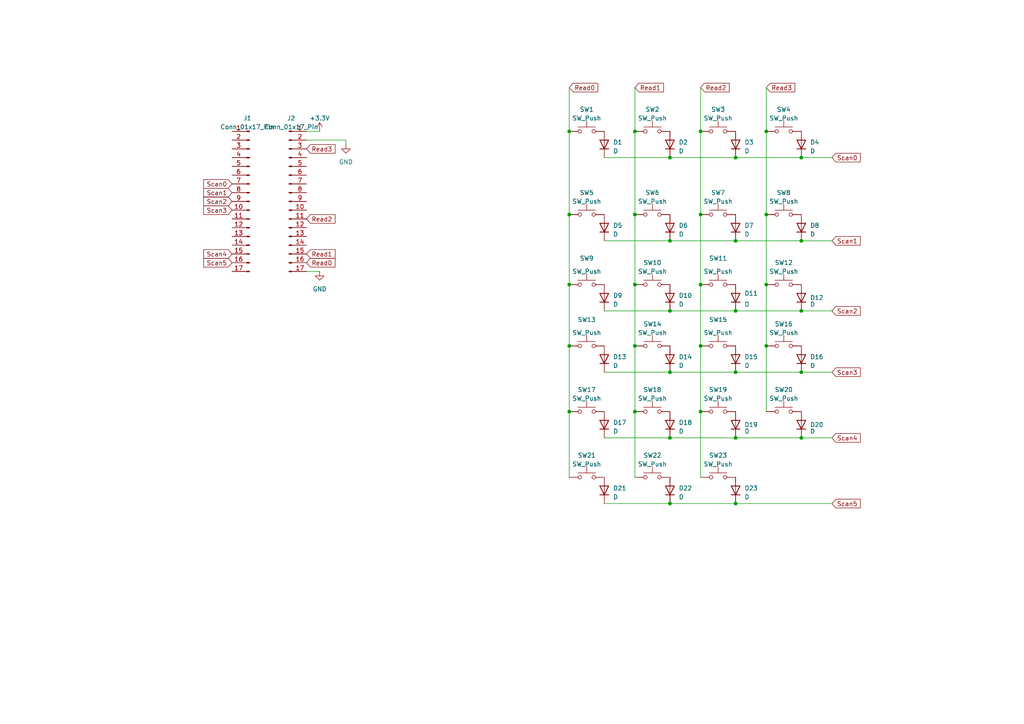
<source format=kicad_sch>
(kicad_sch (version 20230121) (generator eeschema)

  (uuid c604449e-ce8a-4fef-8b22-478dd9c4f9f7)

  (paper "A4")

  (lib_symbols
    (symbol "Connector:Conn_01x17_Pin" (pin_names (offset 1.016) hide) (in_bom yes) (on_board yes)
      (property "Reference" "J" (at 0 22.86 0)
        (effects (font (size 1.27 1.27)))
      )
      (property "Value" "Conn_01x17_Pin" (at 0 -22.86 0)
        (effects (font (size 1.27 1.27)))
      )
      (property "Footprint" "" (at 0 0 0)
        (effects (font (size 1.27 1.27)) hide)
      )
      (property "Datasheet" "~" (at 0 0 0)
        (effects (font (size 1.27 1.27)) hide)
      )
      (property "ki_locked" "" (at 0 0 0)
        (effects (font (size 1.27 1.27)))
      )
      (property "ki_keywords" "connector" (at 0 0 0)
        (effects (font (size 1.27 1.27)) hide)
      )
      (property "ki_description" "Generic connector, single row, 01x17, script generated" (at 0 0 0)
        (effects (font (size 1.27 1.27)) hide)
      )
      (property "ki_fp_filters" "Connector*:*_1x??_*" (at 0 0 0)
        (effects (font (size 1.27 1.27)) hide)
      )
      (symbol "Conn_01x17_Pin_1_1"
        (polyline
          (pts
            (xy 1.27 -20.32)
            (xy 0.8636 -20.32)
          )
          (stroke (width 0.1524) (type default))
          (fill (type none))
        )
        (polyline
          (pts
            (xy 1.27 -17.78)
            (xy 0.8636 -17.78)
          )
          (stroke (width 0.1524) (type default))
          (fill (type none))
        )
        (polyline
          (pts
            (xy 1.27 -15.24)
            (xy 0.8636 -15.24)
          )
          (stroke (width 0.1524) (type default))
          (fill (type none))
        )
        (polyline
          (pts
            (xy 1.27 -12.7)
            (xy 0.8636 -12.7)
          )
          (stroke (width 0.1524) (type default))
          (fill (type none))
        )
        (polyline
          (pts
            (xy 1.27 -10.16)
            (xy 0.8636 -10.16)
          )
          (stroke (width 0.1524) (type default))
          (fill (type none))
        )
        (polyline
          (pts
            (xy 1.27 -7.62)
            (xy 0.8636 -7.62)
          )
          (stroke (width 0.1524) (type default))
          (fill (type none))
        )
        (polyline
          (pts
            (xy 1.27 -5.08)
            (xy 0.8636 -5.08)
          )
          (stroke (width 0.1524) (type default))
          (fill (type none))
        )
        (polyline
          (pts
            (xy 1.27 -2.54)
            (xy 0.8636 -2.54)
          )
          (stroke (width 0.1524) (type default))
          (fill (type none))
        )
        (polyline
          (pts
            (xy 1.27 0)
            (xy 0.8636 0)
          )
          (stroke (width 0.1524) (type default))
          (fill (type none))
        )
        (polyline
          (pts
            (xy 1.27 2.54)
            (xy 0.8636 2.54)
          )
          (stroke (width 0.1524) (type default))
          (fill (type none))
        )
        (polyline
          (pts
            (xy 1.27 5.08)
            (xy 0.8636 5.08)
          )
          (stroke (width 0.1524) (type default))
          (fill (type none))
        )
        (polyline
          (pts
            (xy 1.27 7.62)
            (xy 0.8636 7.62)
          )
          (stroke (width 0.1524) (type default))
          (fill (type none))
        )
        (polyline
          (pts
            (xy 1.27 10.16)
            (xy 0.8636 10.16)
          )
          (stroke (width 0.1524) (type default))
          (fill (type none))
        )
        (polyline
          (pts
            (xy 1.27 12.7)
            (xy 0.8636 12.7)
          )
          (stroke (width 0.1524) (type default))
          (fill (type none))
        )
        (polyline
          (pts
            (xy 1.27 15.24)
            (xy 0.8636 15.24)
          )
          (stroke (width 0.1524) (type default))
          (fill (type none))
        )
        (polyline
          (pts
            (xy 1.27 17.78)
            (xy 0.8636 17.78)
          )
          (stroke (width 0.1524) (type default))
          (fill (type none))
        )
        (polyline
          (pts
            (xy 1.27 20.32)
            (xy 0.8636 20.32)
          )
          (stroke (width 0.1524) (type default))
          (fill (type none))
        )
        (rectangle (start 0.8636 -20.193) (end 0 -20.447)
          (stroke (width 0.1524) (type default))
          (fill (type outline))
        )
        (rectangle (start 0.8636 -17.653) (end 0 -17.907)
          (stroke (width 0.1524) (type default))
          (fill (type outline))
        )
        (rectangle (start 0.8636 -15.113) (end 0 -15.367)
          (stroke (width 0.1524) (type default))
          (fill (type outline))
        )
        (rectangle (start 0.8636 -12.573) (end 0 -12.827)
          (stroke (width 0.1524) (type default))
          (fill (type outline))
        )
        (rectangle (start 0.8636 -10.033) (end 0 -10.287)
          (stroke (width 0.1524) (type default))
          (fill (type outline))
        )
        (rectangle (start 0.8636 -7.493) (end 0 -7.747)
          (stroke (width 0.1524) (type default))
          (fill (type outline))
        )
        (rectangle (start 0.8636 -4.953) (end 0 -5.207)
          (stroke (width 0.1524) (type default))
          (fill (type outline))
        )
        (rectangle (start 0.8636 -2.413) (end 0 -2.667)
          (stroke (width 0.1524) (type default))
          (fill (type outline))
        )
        (rectangle (start 0.8636 0.127) (end 0 -0.127)
          (stroke (width 0.1524) (type default))
          (fill (type outline))
        )
        (rectangle (start 0.8636 2.667) (end 0 2.413)
          (stroke (width 0.1524) (type default))
          (fill (type outline))
        )
        (rectangle (start 0.8636 5.207) (end 0 4.953)
          (stroke (width 0.1524) (type default))
          (fill (type outline))
        )
        (rectangle (start 0.8636 7.747) (end 0 7.493)
          (stroke (width 0.1524) (type default))
          (fill (type outline))
        )
        (rectangle (start 0.8636 10.287) (end 0 10.033)
          (stroke (width 0.1524) (type default))
          (fill (type outline))
        )
        (rectangle (start 0.8636 12.827) (end 0 12.573)
          (stroke (width 0.1524) (type default))
          (fill (type outline))
        )
        (rectangle (start 0.8636 15.367) (end 0 15.113)
          (stroke (width 0.1524) (type default))
          (fill (type outline))
        )
        (rectangle (start 0.8636 17.907) (end 0 17.653)
          (stroke (width 0.1524) (type default))
          (fill (type outline))
        )
        (rectangle (start 0.8636 20.447) (end 0 20.193)
          (stroke (width 0.1524) (type default))
          (fill (type outline))
        )
        (pin passive line (at 5.08 20.32 180) (length 3.81)
          (name "Pin_1" (effects (font (size 1.27 1.27))))
          (number "1" (effects (font (size 1.27 1.27))))
        )
        (pin passive line (at 5.08 -2.54 180) (length 3.81)
          (name "Pin_10" (effects (font (size 1.27 1.27))))
          (number "10" (effects (font (size 1.27 1.27))))
        )
        (pin passive line (at 5.08 -5.08 180) (length 3.81)
          (name "Pin_11" (effects (font (size 1.27 1.27))))
          (number "11" (effects (font (size 1.27 1.27))))
        )
        (pin passive line (at 5.08 -7.62 180) (length 3.81)
          (name "Pin_12" (effects (font (size 1.27 1.27))))
          (number "12" (effects (font (size 1.27 1.27))))
        )
        (pin passive line (at 5.08 -10.16 180) (length 3.81)
          (name "Pin_13" (effects (font (size 1.27 1.27))))
          (number "13" (effects (font (size 1.27 1.27))))
        )
        (pin passive line (at 5.08 -12.7 180) (length 3.81)
          (name "Pin_14" (effects (font (size 1.27 1.27))))
          (number "14" (effects (font (size 1.27 1.27))))
        )
        (pin passive line (at 5.08 -15.24 180) (length 3.81)
          (name "Pin_15" (effects (font (size 1.27 1.27))))
          (number "15" (effects (font (size 1.27 1.27))))
        )
        (pin passive line (at 5.08 -17.78 180) (length 3.81)
          (name "Pin_16" (effects (font (size 1.27 1.27))))
          (number "16" (effects (font (size 1.27 1.27))))
        )
        (pin passive line (at 5.08 -20.32 180) (length 3.81)
          (name "Pin_17" (effects (font (size 1.27 1.27))))
          (number "17" (effects (font (size 1.27 1.27))))
        )
        (pin passive line (at 5.08 17.78 180) (length 3.81)
          (name "Pin_2" (effects (font (size 1.27 1.27))))
          (number "2" (effects (font (size 1.27 1.27))))
        )
        (pin passive line (at 5.08 15.24 180) (length 3.81)
          (name "Pin_3" (effects (font (size 1.27 1.27))))
          (number "3" (effects (font (size 1.27 1.27))))
        )
        (pin passive line (at 5.08 12.7 180) (length 3.81)
          (name "Pin_4" (effects (font (size 1.27 1.27))))
          (number "4" (effects (font (size 1.27 1.27))))
        )
        (pin passive line (at 5.08 10.16 180) (length 3.81)
          (name "Pin_5" (effects (font (size 1.27 1.27))))
          (number "5" (effects (font (size 1.27 1.27))))
        )
        (pin passive line (at 5.08 7.62 180) (length 3.81)
          (name "Pin_6" (effects (font (size 1.27 1.27))))
          (number "6" (effects (font (size 1.27 1.27))))
        )
        (pin passive line (at 5.08 5.08 180) (length 3.81)
          (name "Pin_7" (effects (font (size 1.27 1.27))))
          (number "7" (effects (font (size 1.27 1.27))))
        )
        (pin passive line (at 5.08 2.54 180) (length 3.81)
          (name "Pin_8" (effects (font (size 1.27 1.27))))
          (number "8" (effects (font (size 1.27 1.27))))
        )
        (pin passive line (at 5.08 0 180) (length 3.81)
          (name "Pin_9" (effects (font (size 1.27 1.27))))
          (number "9" (effects (font (size 1.27 1.27))))
        )
      )
    )
    (symbol "Device:D" (pin_numbers hide) (pin_names (offset 1.016) hide) (in_bom yes) (on_board yes)
      (property "Reference" "D" (at 0 2.54 0)
        (effects (font (size 1.27 1.27)))
      )
      (property "Value" "D" (at 0 -2.54 0)
        (effects (font (size 1.27 1.27)))
      )
      (property "Footprint" "" (at 0 0 0)
        (effects (font (size 1.27 1.27)) hide)
      )
      (property "Datasheet" "~" (at 0 0 0)
        (effects (font (size 1.27 1.27)) hide)
      )
      (property "Sim.Device" "D" (at 0 0 0)
        (effects (font (size 1.27 1.27)) hide)
      )
      (property "Sim.Pins" "1=K 2=A" (at 0 0 0)
        (effects (font (size 1.27 1.27)) hide)
      )
      (property "ki_keywords" "diode" (at 0 0 0)
        (effects (font (size 1.27 1.27)) hide)
      )
      (property "ki_description" "Diode" (at 0 0 0)
        (effects (font (size 1.27 1.27)) hide)
      )
      (property "ki_fp_filters" "TO-???* *_Diode_* *SingleDiode* D_*" (at 0 0 0)
        (effects (font (size 1.27 1.27)) hide)
      )
      (symbol "D_0_1"
        (polyline
          (pts
            (xy -1.27 1.27)
            (xy -1.27 -1.27)
          )
          (stroke (width 0.254) (type default))
          (fill (type none))
        )
        (polyline
          (pts
            (xy 1.27 0)
            (xy -1.27 0)
          )
          (stroke (width 0) (type default))
          (fill (type none))
        )
        (polyline
          (pts
            (xy 1.27 1.27)
            (xy 1.27 -1.27)
            (xy -1.27 0)
            (xy 1.27 1.27)
          )
          (stroke (width 0.254) (type default))
          (fill (type none))
        )
      )
      (symbol "D_1_1"
        (pin passive line (at -3.81 0 0) (length 2.54)
          (name "K" (effects (font (size 1.27 1.27))))
          (number "1" (effects (font (size 1.27 1.27))))
        )
        (pin passive line (at 3.81 0 180) (length 2.54)
          (name "A" (effects (font (size 1.27 1.27))))
          (number "2" (effects (font (size 1.27 1.27))))
        )
      )
    )
    (symbol "Switch:SW_Push" (pin_numbers hide) (pin_names (offset 1.016) hide) (in_bom yes) (on_board yes)
      (property "Reference" "SW" (at 1.27 2.54 0)
        (effects (font (size 1.27 1.27)) (justify left))
      )
      (property "Value" "SW_Push" (at 0 -1.524 0)
        (effects (font (size 1.27 1.27)))
      )
      (property "Footprint" "" (at 0 5.08 0)
        (effects (font (size 1.27 1.27)) hide)
      )
      (property "Datasheet" "~" (at 0 5.08 0)
        (effects (font (size 1.27 1.27)) hide)
      )
      (property "ki_keywords" "switch normally-open pushbutton push-button" (at 0 0 0)
        (effects (font (size 1.27 1.27)) hide)
      )
      (property "ki_description" "Push button switch, generic, two pins" (at 0 0 0)
        (effects (font (size 1.27 1.27)) hide)
      )
      (symbol "SW_Push_0_1"
        (circle (center -2.032 0) (radius 0.508)
          (stroke (width 0) (type default))
          (fill (type none))
        )
        (polyline
          (pts
            (xy 0 1.27)
            (xy 0 3.048)
          )
          (stroke (width 0) (type default))
          (fill (type none))
        )
        (polyline
          (pts
            (xy 2.54 1.27)
            (xy -2.54 1.27)
          )
          (stroke (width 0) (type default))
          (fill (type none))
        )
        (circle (center 2.032 0) (radius 0.508)
          (stroke (width 0) (type default))
          (fill (type none))
        )
        (pin passive line (at -5.08 0 0) (length 2.54)
          (name "1" (effects (font (size 1.27 1.27))))
          (number "1" (effects (font (size 1.27 1.27))))
        )
        (pin passive line (at 5.08 0 180) (length 2.54)
          (name "2" (effects (font (size 1.27 1.27))))
          (number "2" (effects (font (size 1.27 1.27))))
        )
      )
    )
    (symbol "power:+3.3V" (power) (pin_names (offset 0)) (in_bom yes) (on_board yes)
      (property "Reference" "#PWR" (at 0 -3.81 0)
        (effects (font (size 1.27 1.27)) hide)
      )
      (property "Value" "+3.3V" (at 0 3.556 0)
        (effects (font (size 1.27 1.27)))
      )
      (property "Footprint" "" (at 0 0 0)
        (effects (font (size 1.27 1.27)) hide)
      )
      (property "Datasheet" "" (at 0 0 0)
        (effects (font (size 1.27 1.27)) hide)
      )
      (property "ki_keywords" "global power" (at 0 0 0)
        (effects (font (size 1.27 1.27)) hide)
      )
      (property "ki_description" "Power symbol creates a global label with name \"+3.3V\"" (at 0 0 0)
        (effects (font (size 1.27 1.27)) hide)
      )
      (symbol "+3.3V_0_1"
        (polyline
          (pts
            (xy -0.762 1.27)
            (xy 0 2.54)
          )
          (stroke (width 0) (type default))
          (fill (type none))
        )
        (polyline
          (pts
            (xy 0 0)
            (xy 0 2.54)
          )
          (stroke (width 0) (type default))
          (fill (type none))
        )
        (polyline
          (pts
            (xy 0 2.54)
            (xy 0.762 1.27)
          )
          (stroke (width 0) (type default))
          (fill (type none))
        )
      )
      (symbol "+3.3V_1_1"
        (pin power_in line (at 0 0 90) (length 0) hide
          (name "+3.3V" (effects (font (size 1.27 1.27))))
          (number "1" (effects (font (size 1.27 1.27))))
        )
      )
    )
    (symbol "power:GND" (power) (pin_names (offset 0)) (in_bom yes) (on_board yes)
      (property "Reference" "#PWR" (at 0 -6.35 0)
        (effects (font (size 1.27 1.27)) hide)
      )
      (property "Value" "GND" (at 0 -3.81 0)
        (effects (font (size 1.27 1.27)))
      )
      (property "Footprint" "" (at 0 0 0)
        (effects (font (size 1.27 1.27)) hide)
      )
      (property "Datasheet" "" (at 0 0 0)
        (effects (font (size 1.27 1.27)) hide)
      )
      (property "ki_keywords" "global power" (at 0 0 0)
        (effects (font (size 1.27 1.27)) hide)
      )
      (property "ki_description" "Power symbol creates a global label with name \"GND\" , ground" (at 0 0 0)
        (effects (font (size 1.27 1.27)) hide)
      )
      (symbol "GND_0_1"
        (polyline
          (pts
            (xy 0 0)
            (xy 0 -1.27)
            (xy 1.27 -1.27)
            (xy 0 -2.54)
            (xy -1.27 -1.27)
            (xy 0 -1.27)
          )
          (stroke (width 0) (type default))
          (fill (type none))
        )
      )
      (symbol "GND_1_1"
        (pin power_in line (at 0 0 270) (length 0) hide
          (name "GND" (effects (font (size 1.27 1.27))))
          (number "1" (effects (font (size 1.27 1.27))))
        )
      )
    )
  )

  (junction (at 222.25 38.1) (diameter 0) (color 0 0 0 0)
    (uuid 02c41283-b433-46da-880b-6bcb820559ab)
  )
  (junction (at 232.41 107.95) (diameter 0) (color 0 0 0 0)
    (uuid 1ff7f19e-81f8-4af1-8513-b3c421a44b31)
  )
  (junction (at 165.1 62.23) (diameter 0) (color 0 0 0 0)
    (uuid 2f617563-225b-45b1-911c-353ce1cd0da7)
  )
  (junction (at 184.15 119.38) (diameter 0) (color 0 0 0 0)
    (uuid 30df9e6d-6372-46d6-85fc-3406dfc4b1f4)
  )
  (junction (at 194.31 127) (diameter 0) (color 0 0 0 0)
    (uuid 41c0feaa-7680-4dec-816b-f6ac5a9b5e44)
  )
  (junction (at 213.36 107.95) (diameter 0) (color 0 0 0 0)
    (uuid 42658156-02b9-409d-bd72-2cfa8ab53e72)
  )
  (junction (at 184.15 62.23) (diameter 0) (color 0 0 0 0)
    (uuid 4ac911f2-6850-41a8-bfc0-b20c778d9089)
  )
  (junction (at 203.2 82.55) (diameter 0) (color 0 0 0 0)
    (uuid 5cf1c1a8-4613-478b-bccc-d993594a38e6)
  )
  (junction (at 194.31 146.05) (diameter 0) (color 0 0 0 0)
    (uuid 62faa78d-561e-44c2-930f-7333cb77ec08)
  )
  (junction (at 203.2 119.38) (diameter 0) (color 0 0 0 0)
    (uuid 6856abd9-1e57-4e1f-93dc-d5370f483bb5)
  )
  (junction (at 222.25 82.55) (diameter 0) (color 0 0 0 0)
    (uuid 69dd0289-d62f-42ae-95b5-33dc06f3b484)
  )
  (junction (at 213.36 90.17) (diameter 0) (color 0 0 0 0)
    (uuid 6e99dfd4-354c-480f-a81b-724b8ed87fcf)
  )
  (junction (at 165.1 119.38) (diameter 0) (color 0 0 0 0)
    (uuid 7016475b-72d5-4f26-8211-89ba2e358ac1)
  )
  (junction (at 222.25 100.33) (diameter 0) (color 0 0 0 0)
    (uuid 7145f572-318f-4771-a9ea-60660a15fcd7)
  )
  (junction (at 203.2 38.1) (diameter 0) (color 0 0 0 0)
    (uuid 7e69450b-2422-4fbd-99a3-2c9145399515)
  )
  (junction (at 165.1 82.55) (diameter 0) (color 0 0 0 0)
    (uuid 84e90276-ad8b-48fe-b1bd-d019790d4c53)
  )
  (junction (at 222.25 62.23) (diameter 0) (color 0 0 0 0)
    (uuid 88afd9df-092e-4ef2-95a9-286627fa7a7b)
  )
  (junction (at 232.41 127) (diameter 0) (color 0 0 0 0)
    (uuid 8f01cc71-353c-4bad-b03d-aa54615e33e2)
  )
  (junction (at 194.31 107.95) (diameter 0) (color 0 0 0 0)
    (uuid 90d0d7c3-980b-41cf-b7fa-6755f8d8ba8b)
  )
  (junction (at 203.2 62.23) (diameter 0) (color 0 0 0 0)
    (uuid 93e78a35-b1b9-4f6d-ab28-b0fb6177a6ce)
  )
  (junction (at 194.31 69.85) (diameter 0) (color 0 0 0 0)
    (uuid a5405d63-568b-4d0e-b5a6-03d6c5fe7121)
  )
  (junction (at 184.15 38.1) (diameter 0) (color 0 0 0 0)
    (uuid b46d486a-bb81-4c2d-875a-d4e55a70ba93)
  )
  (junction (at 232.41 45.72) (diameter 0) (color 0 0 0 0)
    (uuid bd0b673a-ce37-4b76-b9e8-fe5e3fe4494e)
  )
  (junction (at 165.1 38.1) (diameter 0) (color 0 0 0 0)
    (uuid bf4ccd2f-c039-44ae-a92d-487177c42b2c)
  )
  (junction (at 213.36 127) (diameter 0) (color 0 0 0 0)
    (uuid c34bbffb-203a-4230-9fc4-1c2acdbccc25)
  )
  (junction (at 165.1 100.33) (diameter 0) (color 0 0 0 0)
    (uuid c7fa5ea6-0601-4c26-8d61-e29ca4500923)
  )
  (junction (at 194.31 90.17) (diameter 0) (color 0 0 0 0)
    (uuid c8d2dff2-5ca3-44d3-88bd-4d28c29e5107)
  )
  (junction (at 194.31 45.72) (diameter 0) (color 0 0 0 0)
    (uuid cce30847-df5a-428c-924f-2f68bfe532a8)
  )
  (junction (at 184.15 100.33) (diameter 0) (color 0 0 0 0)
    (uuid d2854092-31d8-4fb2-a9b4-75a7dae6741e)
  )
  (junction (at 232.41 90.17) (diameter 0) (color 0 0 0 0)
    (uuid d71338f8-4e22-4cb4-b1ef-0d48220681fc)
  )
  (junction (at 213.36 146.05) (diameter 0) (color 0 0 0 0)
    (uuid d9192b77-d59a-41c0-a46b-9c78e1873fa2)
  )
  (junction (at 203.2 100.33) (diameter 0) (color 0 0 0 0)
    (uuid e2c89a66-f42d-431a-b664-e4e93614f67a)
  )
  (junction (at 184.15 82.55) (diameter 0) (color 0 0 0 0)
    (uuid e6f48f49-af5f-4ca3-8729-b851d20f1af0)
  )
  (junction (at 232.41 69.85) (diameter 0) (color 0 0 0 0)
    (uuid e87962db-735f-4063-b476-f7256b0fffaf)
  )
  (junction (at 213.36 69.85) (diameter 0) (color 0 0 0 0)
    (uuid ed713d5f-91a3-4175-aa01-399015919363)
  )
  (junction (at 213.36 45.72) (diameter 0) (color 0 0 0 0)
    (uuid f04f0aee-ee7e-47f5-966d-7c98d3e7dc1d)
  )

  (wire (pts (xy 232.41 127) (xy 241.3 127))
    (stroke (width 0) (type default))
    (uuid 04b33cde-73f8-4bd2-b880-8e5543181faa)
  )
  (wire (pts (xy 194.31 107.95) (xy 213.36 107.95))
    (stroke (width 0) (type default))
    (uuid 09114438-1223-4489-a6e7-e3e80888bb8e)
  )
  (wire (pts (xy 175.26 69.85) (xy 194.31 69.85))
    (stroke (width 0) (type default))
    (uuid 1350619e-abf6-4ce5-a420-4c404a85c41d)
  )
  (wire (pts (xy 203.2 119.38) (xy 203.2 138.43))
    (stroke (width 0) (type default))
    (uuid 17f3ab72-a2d2-4ff8-ac6e-fb2e6da512a2)
  )
  (wire (pts (xy 232.41 90.17) (xy 241.3 90.17))
    (stroke (width 0) (type default))
    (uuid 2c8cc23d-01fe-4610-a47a-c601393766f7)
  )
  (wire (pts (xy 165.1 100.33) (xy 165.1 119.38))
    (stroke (width 0) (type default))
    (uuid 2e31cc7f-8131-417e-a297-583d926b540e)
  )
  (wire (pts (xy 213.36 90.17) (xy 232.41 90.17))
    (stroke (width 0) (type default))
    (uuid 391a2ab1-fc5f-41ca-a7de-0dbdc1e64af5)
  )
  (wire (pts (xy 184.15 25.4) (xy 184.15 38.1))
    (stroke (width 0) (type default))
    (uuid 3b7388bf-3147-467b-b703-ae31e9cd84f6)
  )
  (wire (pts (xy 232.41 69.85) (xy 241.3 69.85))
    (stroke (width 0) (type default))
    (uuid 3d5b0988-b20f-43f2-915c-3c1ab2daa654)
  )
  (wire (pts (xy 194.31 146.05) (xy 213.36 146.05))
    (stroke (width 0) (type default))
    (uuid 3e5e4268-79f3-4612-8c2a-87eaa489ebc5)
  )
  (wire (pts (xy 184.15 62.23) (xy 184.15 82.55))
    (stroke (width 0) (type default))
    (uuid 49681362-f935-4bed-b08e-0950a506014a)
  )
  (wire (pts (xy 203.2 100.33) (xy 203.2 119.38))
    (stroke (width 0) (type default))
    (uuid 4f3f53f6-ad24-4ecb-bd30-89b112beabfc)
  )
  (wire (pts (xy 213.36 127) (xy 232.41 127))
    (stroke (width 0) (type default))
    (uuid 55b76d8c-7906-433e-bf24-6455685ffb0b)
  )
  (wire (pts (xy 203.2 62.23) (xy 203.2 82.55))
    (stroke (width 0) (type default))
    (uuid 5bd460a4-0c57-4492-aad8-db3b9fa133bb)
  )
  (wire (pts (xy 165.1 62.23) (xy 165.1 82.55))
    (stroke (width 0) (type default))
    (uuid 5f139f95-793e-4a3f-b212-6cc3f94fcbad)
  )
  (wire (pts (xy 203.2 25.4) (xy 203.2 38.1))
    (stroke (width 0) (type default))
    (uuid 60821cdd-09a4-4dbf-8eb8-99209839c321)
  )
  (wire (pts (xy 213.36 45.72) (xy 232.41 45.72))
    (stroke (width 0) (type default))
    (uuid 6a8a8710-713f-41dd-9a34-49949d7db2a2)
  )
  (wire (pts (xy 194.31 45.72) (xy 213.36 45.72))
    (stroke (width 0) (type default))
    (uuid 71542355-9995-4384-a815-503b55619f2c)
  )
  (wire (pts (xy 232.41 45.72) (xy 241.3 45.72))
    (stroke (width 0) (type default))
    (uuid 71d27d47-5f19-4ca6-9b47-883292e6307a)
  )
  (wire (pts (xy 88.9 40.64) (xy 100.33 40.64))
    (stroke (width 0) (type default))
    (uuid 747839e6-a6ff-48b1-a338-9d5469234c1d)
  )
  (wire (pts (xy 175.26 146.05) (xy 194.31 146.05))
    (stroke (width 0) (type default))
    (uuid 771da317-76a3-4c21-99b7-bec8998388a5)
  )
  (wire (pts (xy 222.25 62.23) (xy 222.25 82.55))
    (stroke (width 0) (type default))
    (uuid 7d1f2bef-18d9-45e8-9bfe-bb80fda45535)
  )
  (wire (pts (xy 222.25 82.55) (xy 222.25 100.33))
    (stroke (width 0) (type default))
    (uuid 8136d7c2-1f2f-40ff-be75-a66d6fbcb390)
  )
  (wire (pts (xy 194.31 69.85) (xy 213.36 69.85))
    (stroke (width 0) (type default))
    (uuid 87710555-aace-41bc-83cb-c2f35a8a7e0e)
  )
  (wire (pts (xy 194.31 127) (xy 213.36 127))
    (stroke (width 0) (type default))
    (uuid 87861c17-9260-4ed8-9720-a67387c32265)
  )
  (wire (pts (xy 175.26 90.17) (xy 194.31 90.17))
    (stroke (width 0) (type default))
    (uuid 9a7a9ba8-1272-4f5d-854f-8156ac8d9f24)
  )
  (wire (pts (xy 213.36 146.05) (xy 241.3 146.05))
    (stroke (width 0) (type default))
    (uuid a717d4de-10b8-4853-b71f-5f057074393c)
  )
  (wire (pts (xy 165.1 119.38) (xy 165.1 138.43))
    (stroke (width 0) (type default))
    (uuid ad1640d1-0e5a-4bc0-96d1-6070d93ea66f)
  )
  (wire (pts (xy 88.9 78.74) (xy 92.71 78.74))
    (stroke (width 0) (type default))
    (uuid af3a4f0a-8675-478a-b93f-dbf175757e5b)
  )
  (wire (pts (xy 184.15 82.55) (xy 184.15 100.33))
    (stroke (width 0) (type default))
    (uuid b44aa218-133f-48eb-9b64-6b8dcd6e2670)
  )
  (wire (pts (xy 194.31 90.17) (xy 213.36 90.17))
    (stroke (width 0) (type default))
    (uuid b7f11d4f-30ec-47e9-ad42-d5e2cb77aa7b)
  )
  (wire (pts (xy 232.41 107.95) (xy 241.3 107.95))
    (stroke (width 0) (type default))
    (uuid b90165dd-38c0-4a2b-bf39-cef041c4dfa9)
  )
  (wire (pts (xy 203.2 82.55) (xy 203.2 100.33))
    (stroke (width 0) (type default))
    (uuid b9bb2448-ea7b-4ac3-b2f9-a8b0531d1c45)
  )
  (wire (pts (xy 222.25 100.33) (xy 222.25 119.38))
    (stroke (width 0) (type default))
    (uuid be2b42f5-e21c-4d9e-88af-6ab1f80a94e8)
  )
  (wire (pts (xy 165.1 38.1) (xy 165.1 62.23))
    (stroke (width 0) (type default))
    (uuid c3859010-634b-4690-82a5-ffeea6e70e13)
  )
  (wire (pts (xy 184.15 38.1) (xy 184.15 62.23))
    (stroke (width 0) (type default))
    (uuid d3be8277-8135-48e5-9a66-2487012aa798)
  )
  (wire (pts (xy 184.15 100.33) (xy 184.15 119.38))
    (stroke (width 0) (type default))
    (uuid d55d0e27-05c8-422f-beda-6bc5cd1fb25e)
  )
  (wire (pts (xy 88.9 38.1) (xy 92.71 38.1))
    (stroke (width 0) (type default))
    (uuid d9ed145b-cfe5-47c3-b19d-b0bd6d8ad402)
  )
  (wire (pts (xy 184.15 119.38) (xy 184.15 138.43))
    (stroke (width 0) (type default))
    (uuid da71e36d-d096-4663-8043-808117d7aaa6)
  )
  (wire (pts (xy 203.2 38.1) (xy 203.2 62.23))
    (stroke (width 0) (type default))
    (uuid de8f68b1-6d8e-43c0-9c19-a8d19d04e74d)
  )
  (wire (pts (xy 222.25 25.4) (xy 222.25 38.1))
    (stroke (width 0) (type default))
    (uuid e2a70c15-3d02-4e97-a718-9e8f20975bad)
  )
  (wire (pts (xy 175.26 45.72) (xy 194.31 45.72))
    (stroke (width 0) (type default))
    (uuid e5f8734e-c8c1-46c5-b262-2f82c4c199e3)
  )
  (wire (pts (xy 175.26 127) (xy 194.31 127))
    (stroke (width 0) (type default))
    (uuid e6308f7c-5f55-4e84-8475-bf54e414ce2a)
  )
  (wire (pts (xy 100.33 40.64) (xy 100.33 41.91))
    (stroke (width 0) (type default))
    (uuid e7627981-b46c-4567-a7fd-c6e3f8155c79)
  )
  (wire (pts (xy 222.25 38.1) (xy 222.25 62.23))
    (stroke (width 0) (type default))
    (uuid e8316c8d-c79f-46c2-93a5-873763c1e643)
  )
  (wire (pts (xy 165.1 82.55) (xy 165.1 100.33))
    (stroke (width 0) (type default))
    (uuid e865de0d-a472-49af-8a1a-5d0d55ef927c)
  )
  (wire (pts (xy 175.26 107.95) (xy 194.31 107.95))
    (stroke (width 0) (type default))
    (uuid ebce7d4e-4b80-4bc9-b34c-98b27ffdbfe0)
  )
  (wire (pts (xy 213.36 107.95) (xy 232.41 107.95))
    (stroke (width 0) (type default))
    (uuid ebf3a5b7-f661-47e6-8070-3a2072be87a6)
  )
  (wire (pts (xy 213.36 69.85) (xy 232.41 69.85))
    (stroke (width 0) (type default))
    (uuid f278cf0b-050c-497b-aa9b-67e073d238e0)
  )
  (wire (pts (xy 165.1 25.4) (xy 165.1 38.1))
    (stroke (width 0) (type default))
    (uuid fb9eb9cd-7ea7-410c-8d15-3948d2b9e51e)
  )

  (global_label "Read1" (shape input) (at 184.15 25.4 0) (fields_autoplaced)
    (effects (font (size 1.27 1.27)) (justify left))
    (uuid 1aa44ad0-acb7-4bd4-9f9e-664fa0540fe7)
    (property "Intersheetrefs" "${INTERSHEET_REFS}" (at 192.9219 25.4 0)
      (effects (font (size 1.27 1.27)) (justify left) hide)
    )
  )
  (global_label "Read2" (shape input) (at 88.9 63.5 0) (fields_autoplaced)
    (effects (font (size 1.27 1.27)) (justify left))
    (uuid 253e7f57-9f42-4209-8d36-2ee0a94fdccf)
    (property "Intersheetrefs" "${INTERSHEET_REFS}" (at 97.6719 63.5 0)
      (effects (font (size 1.27 1.27)) (justify left) hide)
    )
  )
  (global_label "Scan1" (shape input) (at 67.31 55.88 180) (fields_autoplaced)
    (effects (font (size 1.27 1.27)) (justify right))
    (uuid 265bff9a-6de0-46a7-bd05-9bca150bf459)
    (property "Intersheetrefs" "${INTERSHEET_REFS}" (at 58.5986 55.88 0)
      (effects (font (size 1.27 1.27)) (justify right) hide)
    )
  )
  (global_label "Read3" (shape input) (at 222.25 25.4 0) (fields_autoplaced)
    (effects (font (size 1.27 1.27)) (justify left))
    (uuid 524d51b6-c6a5-4c66-8729-66b5f7cdf106)
    (property "Intersheetrefs" "${INTERSHEET_REFS}" (at 231.0219 25.4 0)
      (effects (font (size 1.27 1.27)) (justify left) hide)
    )
  )
  (global_label "Scan3" (shape input) (at 67.31 60.96 180) (fields_autoplaced)
    (effects (font (size 1.27 1.27)) (justify right))
    (uuid 5ca80efd-3ae8-4a16-bcfa-c88f16f2386a)
    (property "Intersheetrefs" "${INTERSHEET_REFS}" (at 58.5986 60.96 0)
      (effects (font (size 1.27 1.27)) (justify right) hide)
    )
  )
  (global_label "Read3" (shape input) (at 88.9 43.18 0) (fields_autoplaced)
    (effects (font (size 1.27 1.27)) (justify left))
    (uuid 5ea17004-671c-47a0-9474-5da4c7823238)
    (property "Intersheetrefs" "${INTERSHEET_REFS}" (at 97.6719 43.18 0)
      (effects (font (size 1.27 1.27)) (justify left) hide)
    )
  )
  (global_label "Scan2" (shape input) (at 67.31 58.42 180) (fields_autoplaced)
    (effects (font (size 1.27 1.27)) (justify right))
    (uuid 70d78d92-ea67-4c46-af3f-035bf99d0e6a)
    (property "Intersheetrefs" "${INTERSHEET_REFS}" (at 58.5986 58.42 0)
      (effects (font (size 1.27 1.27)) (justify right) hide)
    )
  )
  (global_label "Scan5" (shape input) (at 67.31 76.2 180) (fields_autoplaced)
    (effects (font (size 1.27 1.27)) (justify right))
    (uuid 73d83ce7-b743-4087-8c78-273cdf021cdc)
    (property "Intersheetrefs" "${INTERSHEET_REFS}" (at 58.5986 76.2 0)
      (effects (font (size 1.27 1.27)) (justify right) hide)
    )
  )
  (global_label "Scan4" (shape input) (at 67.31 73.66 180) (fields_autoplaced)
    (effects (font (size 1.27 1.27)) (justify right))
    (uuid 7a3451b2-9488-44a0-9344-033d5157e84f)
    (property "Intersheetrefs" "${INTERSHEET_REFS}" (at 58.5986 73.66 0)
      (effects (font (size 1.27 1.27)) (justify right) hide)
    )
  )
  (global_label "Scan4" (shape input) (at 241.3 127 0) (fields_autoplaced)
    (effects (font (size 1.27 1.27)) (justify left))
    (uuid 9805b7ed-8ff7-4118-b488-852336b50f86)
    (property "Intersheetrefs" "${INTERSHEET_REFS}" (at 250.0114 127 0)
      (effects (font (size 1.27 1.27)) (justify left) hide)
    )
  )
  (global_label "Scan1" (shape input) (at 241.3 69.85 0) (fields_autoplaced)
    (effects (font (size 1.27 1.27)) (justify left))
    (uuid a04ba1b6-2d3d-4698-987c-6b1b4475e697)
    (property "Intersheetrefs" "${INTERSHEET_REFS}" (at 250.0114 69.85 0)
      (effects (font (size 1.27 1.27)) (justify left) hide)
    )
  )
  (global_label "Scan2" (shape input) (at 241.3 90.17 0) (fields_autoplaced)
    (effects (font (size 1.27 1.27)) (justify left))
    (uuid a9eb3ebe-2757-4be6-88b6-889434d9e0b7)
    (property "Intersheetrefs" "${INTERSHEET_REFS}" (at 250.0114 90.17 0)
      (effects (font (size 1.27 1.27)) (justify left) hide)
    )
  )
  (global_label "Scan3" (shape input) (at 241.3 107.95 0) (fields_autoplaced)
    (effects (font (size 1.27 1.27)) (justify left))
    (uuid b52436a4-7232-4f7b-9207-c63fb89fa862)
    (property "Intersheetrefs" "${INTERSHEET_REFS}" (at 250.0114 107.95 0)
      (effects (font (size 1.27 1.27)) (justify left) hide)
    )
  )
  (global_label "Scan0" (shape input) (at 241.3 45.72 0) (fields_autoplaced)
    (effects (font (size 1.27 1.27)) (justify left))
    (uuid c3892596-545c-4fab-9212-66acb0c0ff8a)
    (property "Intersheetrefs" "${INTERSHEET_REFS}" (at 250.0114 45.72 0)
      (effects (font (size 1.27 1.27)) (justify left) hide)
    )
  )
  (global_label "Read0" (shape input) (at 165.1 25.4 0) (fields_autoplaced)
    (effects (font (size 1.27 1.27)) (justify left))
    (uuid c3f7a4e2-b25e-4b6f-8861-72e2d16bd50c)
    (property "Intersheetrefs" "${INTERSHEET_REFS}" (at 173.8719 25.4 0)
      (effects (font (size 1.27 1.27)) (justify left) hide)
    )
  )
  (global_label "Read1" (shape input) (at 88.9 73.66 0) (fields_autoplaced)
    (effects (font (size 1.27 1.27)) (justify left))
    (uuid d4c38ab7-8468-4034-9ef4-8067407057ce)
    (property "Intersheetrefs" "${INTERSHEET_REFS}" (at 97.6719 73.66 0)
      (effects (font (size 1.27 1.27)) (justify left) hide)
    )
  )
  (global_label "Scan0" (shape input) (at 67.31 53.34 180) (fields_autoplaced)
    (effects (font (size 1.27 1.27)) (justify right))
    (uuid d669d246-8785-4a49-a8c8-00776ef8da70)
    (property "Intersheetrefs" "${INTERSHEET_REFS}" (at 58.5986 53.34 0)
      (effects (font (size 1.27 1.27)) (justify right) hide)
    )
  )
  (global_label "Scan5" (shape input) (at 241.3 146.05 0) (fields_autoplaced)
    (effects (font (size 1.27 1.27)) (justify left))
    (uuid daf0d292-63ad-4ded-932b-210c1ffa8730)
    (property "Intersheetrefs" "${INTERSHEET_REFS}" (at 250.0114 146.05 0)
      (effects (font (size 1.27 1.27)) (justify left) hide)
    )
  )
  (global_label "Read0" (shape input) (at 88.9 76.2 0) (fields_autoplaced)
    (effects (font (size 1.27 1.27)) (justify left))
    (uuid ede249fb-efd9-4d41-9e40-6af81ba7b856)
    (property "Intersheetrefs" "${INTERSHEET_REFS}" (at 97.6719 76.2 0)
      (effects (font (size 1.27 1.27)) (justify left) hide)
    )
  )
  (global_label "Read2" (shape input) (at 203.2 25.4 0) (fields_autoplaced)
    (effects (font (size 1.27 1.27)) (justify left))
    (uuid f1526a10-6026-4b62-857c-993e3bb4db7b)
    (property "Intersheetrefs" "${INTERSHEET_REFS}" (at 211.9719 25.4 0)
      (effects (font (size 1.27 1.27)) (justify left) hide)
    )
  )

  (symbol (lib_id "Device:D") (at 175.26 123.19 90) (unit 1)
    (in_bom yes) (on_board yes) (dnp no)
    (uuid 05936ce9-127a-4c12-b7f4-13bd374ff685)
    (property "Reference" "D17" (at 177.8 122.555 90)
      (effects (font (size 1.27 1.27)) (justify right))
    )
    (property "Value" "D" (at 177.8 125.095 90)
      (effects (font (size 1.27 1.27)) (justify right))
    )
    (property "Footprint" "Diode_THT:D_A-405_P7.62mm_Horizontal" (at 175.26 123.19 0)
      (effects (font (size 1.27 1.27)) hide)
    )
    (property "Datasheet" "~" (at 175.26 123.19 0)
      (effects (font (size 1.27 1.27)) hide)
    )
    (property "Sim.Device" "D" (at 175.26 123.19 0)
      (effects (font (size 1.27 1.27)) hide)
    )
    (property "Sim.Pins" "1=K 2=A" (at 175.26 123.19 0)
      (effects (font (size 1.27 1.27)) hide)
    )
    (pin "1" (uuid 62c7a1e6-34e4-4f4d-88fd-7a3f0e5c8921))
    (pin "2" (uuid ef78d7d2-4b21-4bad-bc73-052861305f8c))
    (instances
      (project "HT-Keys-TK_PCB"
        (path "/c604449e-ce8a-4fef-8b22-478dd9c4f9f7"
          (reference "D17") (unit 1)
        )
      )
    )
  )

  (symbol (lib_id "Device:D") (at 175.26 142.24 90) (unit 1)
    (in_bom yes) (on_board yes) (dnp no)
    (uuid 20782daf-be16-45ae-8f16-964ee511e0d8)
    (property "Reference" "D21" (at 177.8 141.605 90)
      (effects (font (size 1.27 1.27)) (justify right))
    )
    (property "Value" "D" (at 177.8 144.145 90)
      (effects (font (size 1.27 1.27)) (justify right))
    )
    (property "Footprint" "Diode_THT:D_A-405_P7.62mm_Horizontal" (at 175.26 142.24 0)
      (effects (font (size 1.27 1.27)) hide)
    )
    (property "Datasheet" "~" (at 175.26 142.24 0)
      (effects (font (size 1.27 1.27)) hide)
    )
    (property "Sim.Device" "D" (at 175.26 142.24 0)
      (effects (font (size 1.27 1.27)) hide)
    )
    (property "Sim.Pins" "1=K 2=A" (at 175.26 142.24 0)
      (effects (font (size 1.27 1.27)) hide)
    )
    (pin "1" (uuid d018fe1d-9850-46a0-a83b-083ed1602ee0))
    (pin "2" (uuid 6f8d0fd8-3931-46ef-8bff-09d9eeff0814))
    (instances
      (project "HT-Keys-TK_PCB"
        (path "/c604449e-ce8a-4fef-8b22-478dd9c4f9f7"
          (reference "D21") (unit 1)
        )
      )
    )
  )

  (symbol (lib_id "power:GND") (at 100.33 41.91 0) (unit 1)
    (in_bom yes) (on_board yes) (dnp no)
    (uuid 20a97a71-8cdb-45f0-b6c8-6a89ac15aee7)
    (property "Reference" "#PWR01" (at 100.33 48.26 0)
      (effects (font (size 1.27 1.27)) hide)
    )
    (property "Value" "GND" (at 100.33 46.99 0)
      (effects (font (size 1.27 1.27)))
    )
    (property "Footprint" "" (at 100.33 41.91 0)
      (effects (font (size 1.27 1.27)) hide)
    )
    (property "Datasheet" "" (at 100.33 41.91 0)
      (effects (font (size 1.27 1.27)) hide)
    )
    (pin "1" (uuid 59543703-ba5c-42b9-aa55-620aa6750f41))
    (instances
      (project "HT-Keys-TK_PCB"
        (path "/c604449e-ce8a-4fef-8b22-478dd9c4f9f7"
          (reference "#PWR01") (unit 1)
        )
      )
    )
  )

  (symbol (lib_id "Switch:SW_Push") (at 170.18 119.38 0) (unit 1)
    (in_bom yes) (on_board yes) (dnp no) (fields_autoplaced)
    (uuid 329cd2bf-3dfc-4931-a02b-62ea7d30a5a9)
    (property "Reference" "SW17" (at 170.18 113.03 0)
      (effects (font (size 1.27 1.27)))
    )
    (property "Value" "SW_Push" (at 170.18 115.57 0)
      (effects (font (size 1.27 1.27)))
    )
    (property "Footprint" "Button_Switch_Keyboard:SW_Cherry_MX_1.00u_PCB" (at 170.18 114.3 0)
      (effects (font (size 1.27 1.27)) hide)
    )
    (property "Datasheet" "~" (at 170.18 114.3 0)
      (effects (font (size 1.27 1.27)) hide)
    )
    (pin "1" (uuid 1f47ba57-bcaf-41c4-8700-ea2c7d42ac86))
    (pin "2" (uuid 511065bd-2889-46dc-871f-233708e6e306))
    (instances
      (project "HT-Keys-TK_PCB"
        (path "/c604449e-ce8a-4fef-8b22-478dd9c4f9f7"
          (reference "SW17") (unit 1)
        )
      )
    )
  )

  (symbol (lib_id "Switch:SW_Push") (at 208.28 62.23 0) (unit 1)
    (in_bom yes) (on_board yes) (dnp no) (fields_autoplaced)
    (uuid 339a0209-0e88-4636-8435-422b2806c532)
    (property "Reference" "SW7" (at 208.28 55.88 0)
      (effects (font (size 1.27 1.27)))
    )
    (property "Value" "SW_Push" (at 208.28 58.42 0)
      (effects (font (size 1.27 1.27)))
    )
    (property "Footprint" "Button_Switch_Keyboard:SW_Cherry_MX_1.00u_PCB" (at 208.28 57.15 0)
      (effects (font (size 1.27 1.27)) hide)
    )
    (property "Datasheet" "~" (at 208.28 57.15 0)
      (effects (font (size 1.27 1.27)) hide)
    )
    (pin "1" (uuid 77944578-b0c2-4ded-b67c-891c938bd8b2))
    (pin "2" (uuid ef4f7654-213f-42a3-b0a3-a0bd0af19894))
    (instances
      (project "HT-Keys-TK_PCB"
        (path "/c604449e-ce8a-4fef-8b22-478dd9c4f9f7"
          (reference "SW7") (unit 1)
        )
      )
    )
  )

  (symbol (lib_id "Device:D") (at 175.26 41.91 90) (unit 1)
    (in_bom yes) (on_board yes) (dnp no)
    (uuid 3c4763dd-35cd-4641-8287-4b3bca0369db)
    (property "Reference" "D1" (at 177.8 41.275 90)
      (effects (font (size 1.27 1.27)) (justify right))
    )
    (property "Value" "D" (at 177.8 43.815 90)
      (effects (font (size 1.27 1.27)) (justify right))
    )
    (property "Footprint" "Diode_THT:D_A-405_P7.62mm_Horizontal" (at 175.26 41.91 0)
      (effects (font (size 1.27 1.27)) hide)
    )
    (property "Datasheet" "~" (at 175.26 41.91 0)
      (effects (font (size 1.27 1.27)) hide)
    )
    (property "Sim.Device" "D" (at 175.26 41.91 0)
      (effects (font (size 1.27 1.27)) hide)
    )
    (property "Sim.Pins" "1=K 2=A" (at 175.26 41.91 0)
      (effects (font (size 1.27 1.27)) hide)
    )
    (pin "1" (uuid 730cb6a2-993e-4301-943d-812d8dd5b9f7))
    (pin "2" (uuid c5e450c8-7304-47c3-a7fa-c853947ebbde))
    (instances
      (project "HT-Keys-TK_PCB"
        (path "/c604449e-ce8a-4fef-8b22-478dd9c4f9f7"
          (reference "D1") (unit 1)
        )
      )
    )
  )

  (symbol (lib_id "Device:D") (at 175.26 66.04 90) (unit 1)
    (in_bom yes) (on_board yes) (dnp no)
    (uuid 40e73aa5-d09a-4870-94d9-fd24089db7c8)
    (property "Reference" "D5" (at 177.8 65.405 90)
      (effects (font (size 1.27 1.27)) (justify right))
    )
    (property "Value" "D" (at 177.8 67.945 90)
      (effects (font (size 1.27 1.27)) (justify right))
    )
    (property "Footprint" "Diode_THT:D_A-405_P7.62mm_Horizontal" (at 175.26 66.04 0)
      (effects (font (size 1.27 1.27)) hide)
    )
    (property "Datasheet" "~" (at 175.26 66.04 0)
      (effects (font (size 1.27 1.27)) hide)
    )
    (property "Sim.Device" "D" (at 175.26 66.04 0)
      (effects (font (size 1.27 1.27)) hide)
    )
    (property "Sim.Pins" "1=K 2=A" (at 175.26 66.04 0)
      (effects (font (size 1.27 1.27)) hide)
    )
    (pin "1" (uuid bf47ce1a-7110-496e-958d-b06c3c5dd59a))
    (pin "2" (uuid 36fe983b-db57-4228-b6a5-f97c7f315866))
    (instances
      (project "HT-Keys-TK_PCB"
        (path "/c604449e-ce8a-4fef-8b22-478dd9c4f9f7"
          (reference "D5") (unit 1)
        )
      )
    )
  )

  (symbol (lib_id "Switch:SW_Push") (at 227.33 38.1 0) (unit 1)
    (in_bom yes) (on_board yes) (dnp no) (fields_autoplaced)
    (uuid 415cd6be-3efc-488a-bfa6-0a4d85d7d59b)
    (property "Reference" "SW4" (at 227.33 31.75 0)
      (effects (font (size 1.27 1.27)))
    )
    (property "Value" "SW_Push" (at 227.33 34.29 0)
      (effects (font (size 1.27 1.27)))
    )
    (property "Footprint" "Button_Switch_Keyboard:SW_Cherry_MX_1.00u_PCB" (at 227.33 33.02 0)
      (effects (font (size 1.27 1.27)) hide)
    )
    (property "Datasheet" "~" (at 227.33 33.02 0)
      (effects (font (size 1.27 1.27)) hide)
    )
    (pin "1" (uuid a1faaa59-ac3a-4be2-b9e0-86374e56abcd))
    (pin "2" (uuid 5f7d8976-0299-425c-b298-42787b687740))
    (instances
      (project "HT-Keys-TK_PCB"
        (path "/c604449e-ce8a-4fef-8b22-478dd9c4f9f7"
          (reference "SW4") (unit 1)
        )
      )
    )
  )

  (symbol (lib_id "Device:D") (at 194.31 142.24 90) (unit 1)
    (in_bom yes) (on_board yes) (dnp no)
    (uuid 49f86774-8a72-470d-858d-78ee724fc671)
    (property "Reference" "D22" (at 196.85 141.605 90)
      (effects (font (size 1.27 1.27)) (justify right))
    )
    (property "Value" "D" (at 196.85 144.145 90)
      (effects (font (size 1.27 1.27)) (justify right))
    )
    (property "Footprint" "Diode_THT:D_A-405_P7.62mm_Horizontal" (at 194.31 142.24 0)
      (effects (font (size 1.27 1.27)) hide)
    )
    (property "Datasheet" "~" (at 194.31 142.24 0)
      (effects (font (size 1.27 1.27)) hide)
    )
    (property "Sim.Device" "D" (at 194.31 142.24 0)
      (effects (font (size 1.27 1.27)) hide)
    )
    (property "Sim.Pins" "1=K 2=A" (at 194.31 142.24 0)
      (effects (font (size 1.27 1.27)) hide)
    )
    (pin "1" (uuid 6fcb61a5-64a3-4503-82ec-433884976456))
    (pin "2" (uuid e9c7d8c9-8790-4bd9-a28b-192b8665432c))
    (instances
      (project "HT-Keys-TK_PCB"
        (path "/c604449e-ce8a-4fef-8b22-478dd9c4f9f7"
          (reference "D22") (unit 1)
        )
      )
    )
  )

  (symbol (lib_id "Switch:SW_Push") (at 189.23 138.43 0) (unit 1)
    (in_bom yes) (on_board yes) (dnp no) (fields_autoplaced)
    (uuid 4c97e043-406f-4388-8487-bcf51fb9bec4)
    (property "Reference" "SW22" (at 189.23 132.08 0)
      (effects (font (size 1.27 1.27)))
    )
    (property "Value" "SW_Push" (at 189.23 134.62 0)
      (effects (font (size 1.27 1.27)))
    )
    (property "Footprint" "Button_Switch_Keyboard:SW_Cherry_MX_1.00u_PCB" (at 189.23 133.35 0)
      (effects (font (size 1.27 1.27)) hide)
    )
    (property "Datasheet" "~" (at 189.23 133.35 0)
      (effects (font (size 1.27 1.27)) hide)
    )
    (pin "1" (uuid fcdc8854-19cd-4371-95f3-3230cadbd83f))
    (pin "2" (uuid 4a69bf92-5b97-4dfe-b62f-8fbc8761aba2))
    (instances
      (project "HT-Keys-TK_PCB"
        (path "/c604449e-ce8a-4fef-8b22-478dd9c4f9f7"
          (reference "SW22") (unit 1)
        )
      )
    )
  )

  (symbol (lib_id "Switch:SW_Push") (at 189.23 119.38 0) (unit 1)
    (in_bom yes) (on_board yes) (dnp no) (fields_autoplaced)
    (uuid 552c0ed4-097d-478a-a0cc-66a748707af8)
    (property "Reference" "SW18" (at 189.23 113.03 0)
      (effects (font (size 1.27 1.27)))
    )
    (property "Value" "SW_Push" (at 189.23 115.57 0)
      (effects (font (size 1.27 1.27)))
    )
    (property "Footprint" "Button_Switch_Keyboard:SW_Cherry_MX_1.00u_PCB" (at 189.23 114.3 0)
      (effects (font (size 1.27 1.27)) hide)
    )
    (property "Datasheet" "~" (at 189.23 114.3 0)
      (effects (font (size 1.27 1.27)) hide)
    )
    (pin "1" (uuid 76c46b64-bef0-48fa-b5e5-424a7ad9459f))
    (pin "2" (uuid b9089a3b-f0aa-4d93-a646-522b7031a3ed))
    (instances
      (project "HT-Keys-TK_PCB"
        (path "/c604449e-ce8a-4fef-8b22-478dd9c4f9f7"
          (reference "SW18") (unit 1)
        )
      )
    )
  )

  (symbol (lib_id "Switch:SW_Push") (at 208.28 38.1 0) (unit 1)
    (in_bom yes) (on_board yes) (dnp no) (fields_autoplaced)
    (uuid 562b81ad-6b1d-496e-9b35-e303de2cfa5b)
    (property "Reference" "SW3" (at 208.28 31.75 0)
      (effects (font (size 1.27 1.27)))
    )
    (property "Value" "SW_Push" (at 208.28 34.29 0)
      (effects (font (size 1.27 1.27)))
    )
    (property "Footprint" "Button_Switch_Keyboard:SW_Cherry_MX_1.00u_PCB" (at 208.28 33.02 0)
      (effects (font (size 1.27 1.27)) hide)
    )
    (property "Datasheet" "~" (at 208.28 33.02 0)
      (effects (font (size 1.27 1.27)) hide)
    )
    (pin "1" (uuid a6f91ad7-7cbe-40c1-ae17-a1feaf7e2b83))
    (pin "2" (uuid 60a37bfe-1542-4dd6-814e-b8e2829fc681))
    (instances
      (project "HT-Keys-TK_PCB"
        (path "/c604449e-ce8a-4fef-8b22-478dd9c4f9f7"
          (reference "SW3") (unit 1)
        )
      )
    )
  )

  (symbol (lib_id "Device:D") (at 175.26 104.14 90) (unit 1)
    (in_bom yes) (on_board yes) (dnp no)
    (uuid 583f95b7-218e-4fe8-8a86-416fbb9a51df)
    (property "Reference" "D13" (at 177.8 103.505 90)
      (effects (font (size 1.27 1.27)) (justify right))
    )
    (property "Value" "D" (at 177.8 106.045 90)
      (effects (font (size 1.27 1.27)) (justify right))
    )
    (property "Footprint" "Diode_THT:D_A-405_P7.62mm_Horizontal" (at 175.26 104.14 0)
      (effects (font (size 1.27 1.27)) hide)
    )
    (property "Datasheet" "~" (at 175.26 104.14 0)
      (effects (font (size 1.27 1.27)) hide)
    )
    (property "Sim.Device" "D" (at 175.26 104.14 0)
      (effects (font (size 1.27 1.27)) hide)
    )
    (property "Sim.Pins" "1=K 2=A" (at 175.26 104.14 0)
      (effects (font (size 1.27 1.27)) hide)
    )
    (pin "1" (uuid a6954a65-2266-4255-a3a0-36f02cc0f075))
    (pin "2" (uuid 07bc430b-9849-48d6-bf9d-c0ca1c13ff4f))
    (instances
      (project "HT-Keys-TK_PCB"
        (path "/c604449e-ce8a-4fef-8b22-478dd9c4f9f7"
          (reference "D13") (unit 1)
        )
      )
    )
  )

  (symbol (lib_id "Switch:SW_Push") (at 227.33 82.55 0) (unit 1)
    (in_bom yes) (on_board yes) (dnp no) (fields_autoplaced)
    (uuid 5923ac11-9b04-4363-8758-55e5c9bd8939)
    (property "Reference" "SW12" (at 227.33 76.2 0)
      (effects (font (size 1.27 1.27)))
    )
    (property "Value" "SW_Push" (at 227.33 78.74 0)
      (effects (font (size 1.27 1.27)))
    )
    (property "Footprint" "Button_Switch_Keyboard:SW_Cherry_MX_1.00u_PCB" (at 227.33 77.47 0)
      (effects (font (size 1.27 1.27)) hide)
    )
    (property "Datasheet" "~" (at 227.33 77.47 0)
      (effects (font (size 1.27 1.27)) hide)
    )
    (pin "1" (uuid 2073cc9f-06dc-4e1d-9c51-51b0ede00ac6))
    (pin "2" (uuid f4c5aa15-1804-444c-a3df-5abd025b20cc))
    (instances
      (project "HT-Keys-TK_PCB"
        (path "/c604449e-ce8a-4fef-8b22-478dd9c4f9f7"
          (reference "SW12") (unit 1)
        )
      )
    )
  )

  (symbol (lib_id "Device:D") (at 194.31 123.19 90) (unit 1)
    (in_bom yes) (on_board yes) (dnp no)
    (uuid 5e361490-af6b-4471-81bf-be6266c10d27)
    (property "Reference" "D18" (at 196.85 122.555 90)
      (effects (font (size 1.27 1.27)) (justify right))
    )
    (property "Value" "D" (at 196.85 125.095 90)
      (effects (font (size 1.27 1.27)) (justify right))
    )
    (property "Footprint" "Diode_THT:D_A-405_P7.62mm_Horizontal" (at 194.31 123.19 0)
      (effects (font (size 1.27 1.27)) hide)
    )
    (property "Datasheet" "~" (at 194.31 123.19 0)
      (effects (font (size 1.27 1.27)) hide)
    )
    (property "Sim.Device" "D" (at 194.31 123.19 0)
      (effects (font (size 1.27 1.27)) hide)
    )
    (property "Sim.Pins" "1=K 2=A" (at 194.31 123.19 0)
      (effects (font (size 1.27 1.27)) hide)
    )
    (pin "1" (uuid 79e19c3e-a9aa-4bd4-b1b1-a80acc22b15e))
    (pin "2" (uuid fb0dba75-08fc-41e6-a9f2-5026333304a1))
    (instances
      (project "HT-Keys-TK_PCB"
        (path "/c604449e-ce8a-4fef-8b22-478dd9c4f9f7"
          (reference "D18") (unit 1)
        )
      )
    )
  )

  (symbol (lib_id "Switch:SW_Push") (at 189.23 82.55 0) (unit 1)
    (in_bom yes) (on_board yes) (dnp no) (fields_autoplaced)
    (uuid 62799771-1805-47ef-8259-9ccea85633d4)
    (property "Reference" "SW10" (at 189.23 76.2 0)
      (effects (font (size 1.27 1.27)))
    )
    (property "Value" "SW_Push" (at 189.23 78.74 0)
      (effects (font (size 1.27 1.27)))
    )
    (property "Footprint" "Button_Switch_Keyboard:SW_Cherry_MX_1.00u_PCB" (at 189.23 77.47 0)
      (effects (font (size 1.27 1.27)) hide)
    )
    (property "Datasheet" "~" (at 189.23 77.47 0)
      (effects (font (size 1.27 1.27)) hide)
    )
    (pin "1" (uuid 26a4d647-30bd-4055-8118-6bd39522177f))
    (pin "2" (uuid 3db0d0ea-8abe-4da3-9916-f30f7699a69f))
    (instances
      (project "HT-Keys-TK_PCB"
        (path "/c604449e-ce8a-4fef-8b22-478dd9c4f9f7"
          (reference "SW10") (unit 1)
        )
      )
    )
  )

  (symbol (lib_id "Switch:SW_Push") (at 170.18 138.43 0) (unit 1)
    (in_bom yes) (on_board yes) (dnp no) (fields_autoplaced)
    (uuid 643be4eb-debb-436d-aa31-7b996722ca9c)
    (property "Reference" "SW21" (at 170.18 132.08 0)
      (effects (font (size 1.27 1.27)))
    )
    (property "Value" "SW_Push" (at 170.18 134.62 0)
      (effects (font (size 1.27 1.27)))
    )
    (property "Footprint" "Button_Switch_Keyboard:SW_Cherry_MX_1.00u_PCB" (at 170.18 133.35 0)
      (effects (font (size 1.27 1.27)) hide)
    )
    (property "Datasheet" "~" (at 170.18 133.35 0)
      (effects (font (size 1.27 1.27)) hide)
    )
    (pin "1" (uuid 13fde5fb-ee04-41c4-972f-f68c153bfb8c))
    (pin "2" (uuid 413b4ec3-8a48-4dc1-98be-fa7dde4aed6e))
    (instances
      (project "HT-Keys-TK_PCB"
        (path "/c604449e-ce8a-4fef-8b22-478dd9c4f9f7"
          (reference "SW21") (unit 1)
        )
      )
    )
  )

  (symbol (lib_id "Connector:Conn_01x17_Pin") (at 83.82 58.42 0) (unit 1)
    (in_bom yes) (on_board yes) (dnp no)
    (uuid 6991858d-b56e-44b3-a107-34d59010efb1)
    (property "Reference" "J2" (at 84.455 34.29 0)
      (effects (font (size 1.27 1.27)))
    )
    (property "Value" "Conn_01x17_Pin" (at 84.455 36.83 0)
      (effects (font (size 1.27 1.27)))
    )
    (property "Footprint" "Connector_PinHeader_2.54mm:PinHeader_1x17_P2.54mm_Vertical" (at 83.82 58.42 0)
      (effects (font (size 1.27 1.27)) hide)
    )
    (property "Datasheet" "~" (at 83.82 58.42 0)
      (effects (font (size 1.27 1.27)) hide)
    )
    (pin "1" (uuid 26726c83-17c7-4e06-a68b-c3ad7f510c85))
    (pin "10" (uuid 3afb7d5b-8538-4597-87d7-ac6daab2197a))
    (pin "11" (uuid ee586839-2162-424e-a033-85cc83eb252a))
    (pin "12" (uuid 54a5f2c7-00f2-4024-8880-6934ad539a69))
    (pin "13" (uuid e1dbd1b9-c020-48f6-ba98-efac71fa5ac1))
    (pin "14" (uuid 8699a188-4c34-4b16-acb4-5a9ad1d10991))
    (pin "15" (uuid 1e5b4527-7775-4245-89c2-def066b071e5))
    (pin "16" (uuid c8d578e9-a6ec-4975-996d-83f500e8a28d))
    (pin "17" (uuid 87ee95bb-6f00-41cb-829b-1e8fa71fc886))
    (pin "2" (uuid 398677fa-62db-48e2-9b9b-b569150f74b1))
    (pin "3" (uuid 9a42c7dc-0fa9-4c02-a563-e158145ff763))
    (pin "4" (uuid d57dedbd-5458-4f1b-b56d-ae570f297422))
    (pin "5" (uuid 0bb71914-2c9f-4310-a190-fa0331db6318))
    (pin "6" (uuid 3726a184-c519-40ca-8f46-bac9d280c803))
    (pin "7" (uuid 13942609-51d1-41b4-9bc1-063801e68a4e))
    (pin "8" (uuid 0f893794-1344-44fd-98fe-bec2654b50cc))
    (pin "9" (uuid de80a187-91f3-457c-ba5b-702711eb9bf2))
    (instances
      (project "HT-Keys-TK_PCB"
        (path "/c604449e-ce8a-4fef-8b22-478dd9c4f9f7"
          (reference "J2") (unit 1)
        )
      )
    )
  )

  (symbol (lib_id "Switch:SW_Push") (at 208.28 138.43 0) (unit 1)
    (in_bom yes) (on_board yes) (dnp no) (fields_autoplaced)
    (uuid 6d3f5726-3c21-4d21-b404-6159036779fd)
    (property "Reference" "SW23" (at 208.28 132.08 0)
      (effects (font (size 1.27 1.27)))
    )
    (property "Value" "SW_Push" (at 208.28 134.62 0)
      (effects (font (size 1.27 1.27)))
    )
    (property "Footprint" "Button_Switch_Keyboard:SW_Cherry_MX_1.00u_PCB" (at 208.28 133.35 0)
      (effects (font (size 1.27 1.27)) hide)
    )
    (property "Datasheet" "~" (at 208.28 133.35 0)
      (effects (font (size 1.27 1.27)) hide)
    )
    (pin "1" (uuid 05037f88-d1c8-4f45-804c-33edfd766f12))
    (pin "2" (uuid ef43cfd2-b95d-488f-8d36-673e23d97037))
    (instances
      (project "HT-Keys-TK_PCB"
        (path "/c604449e-ce8a-4fef-8b22-478dd9c4f9f7"
          (reference "SW23") (unit 1)
        )
      )
    )
  )

  (symbol (lib_id "Device:D") (at 232.41 41.91 90) (unit 1)
    (in_bom yes) (on_board yes) (dnp no) (fields_autoplaced)
    (uuid 6dd5c1fc-0d24-4945-9720-b7d7de4f1901)
    (property "Reference" "D4" (at 234.95 41.275 90)
      (effects (font (size 1.27 1.27)) (justify right))
    )
    (property "Value" "D" (at 234.95 43.815 90)
      (effects (font (size 1.27 1.27)) (justify right))
    )
    (property "Footprint" "Diode_THT:D_A-405_P7.62mm_Horizontal" (at 232.41 41.91 0)
      (effects (font (size 1.27 1.27)) hide)
    )
    (property "Datasheet" "~" (at 232.41 41.91 0)
      (effects (font (size 1.27 1.27)) hide)
    )
    (property "Sim.Device" "D" (at 232.41 41.91 0)
      (effects (font (size 1.27 1.27)) hide)
    )
    (property "Sim.Pins" "1=K 2=A" (at 232.41 41.91 0)
      (effects (font (size 1.27 1.27)) hide)
    )
    (pin "1" (uuid 61a6778e-7b50-4b26-8f35-38c2d29044e9))
    (pin "2" (uuid d3bc92fc-b11f-4708-83b3-90366cbbbc29))
    (instances
      (project "HT-Keys-TK_PCB"
        (path "/c604449e-ce8a-4fef-8b22-478dd9c4f9f7"
          (reference "D4") (unit 1)
        )
      )
    )
  )

  (symbol (lib_id "Switch:SW_Push") (at 208.28 119.38 0) (unit 1)
    (in_bom yes) (on_board yes) (dnp no) (fields_autoplaced)
    (uuid 7431a4e7-5b1d-4b7b-8799-51439f62785a)
    (property "Reference" "SW19" (at 208.28 113.03 0)
      (effects (font (size 1.27 1.27)))
    )
    (property "Value" "SW_Push" (at 208.28 115.57 0)
      (effects (font (size 1.27 1.27)))
    )
    (property "Footprint" "Button_Switch_Keyboard:SW_Cherry_MX_1.00u_PCB" (at 208.28 114.3 0)
      (effects (font (size 1.27 1.27)) hide)
    )
    (property "Datasheet" "~" (at 208.28 114.3 0)
      (effects (font (size 1.27 1.27)) hide)
    )
    (pin "1" (uuid bc14a784-8d92-42b0-8fdd-9f89b4dec5af))
    (pin "2" (uuid e4162116-1ba1-41e8-ba15-6c584f4401bc))
    (instances
      (project "HT-Keys-TK_PCB"
        (path "/c604449e-ce8a-4fef-8b22-478dd9c4f9f7"
          (reference "SW19") (unit 1)
        )
      )
    )
  )

  (symbol (lib_id "Switch:SW_Push") (at 189.23 100.33 0) (unit 1)
    (in_bom yes) (on_board yes) (dnp no) (fields_autoplaced)
    (uuid 75048286-65a8-46c1-86ce-b9ee5dae7ca1)
    (property "Reference" "SW14" (at 189.23 93.98 0)
      (effects (font (size 1.27 1.27)))
    )
    (property "Value" "SW_Push" (at 189.23 96.52 0)
      (effects (font (size 1.27 1.27)))
    )
    (property "Footprint" "Button_Switch_Keyboard:SW_Cherry_MX_1.00u_PCB" (at 189.23 95.25 0)
      (effects (font (size 1.27 1.27)) hide)
    )
    (property "Datasheet" "~" (at 189.23 95.25 0)
      (effects (font (size 1.27 1.27)) hide)
    )
    (pin "1" (uuid 2457ef51-1d4d-4c42-ba9c-4cca28e62a8f))
    (pin "2" (uuid 754dd41a-d43f-4c56-a7ff-21f2ebd7c01c))
    (instances
      (project "HT-Keys-TK_PCB"
        (path "/c604449e-ce8a-4fef-8b22-478dd9c4f9f7"
          (reference "SW14") (unit 1)
        )
      )
    )
  )

  (symbol (lib_id "Device:D") (at 194.31 86.36 90) (unit 1)
    (in_bom yes) (on_board yes) (dnp no)
    (uuid 7d1deee6-e68b-4823-b942-8b3bb7c5376b)
    (property "Reference" "D10" (at 196.85 85.725 90)
      (effects (font (size 1.27 1.27)) (justify right))
    )
    (property "Value" "D" (at 196.85 88.265 90)
      (effects (font (size 1.27 1.27)) (justify right))
    )
    (property "Footprint" "Diode_THT:D_A-405_P7.62mm_Horizontal" (at 194.31 86.36 0)
      (effects (font (size 1.27 1.27)) hide)
    )
    (property "Datasheet" "~" (at 194.31 86.36 0)
      (effects (font (size 1.27 1.27)) hide)
    )
    (property "Sim.Device" "D" (at 194.31 86.36 0)
      (effects (font (size 1.27 1.27)) hide)
    )
    (property "Sim.Pins" "1=K 2=A" (at 194.31 86.36 0)
      (effects (font (size 1.27 1.27)) hide)
    )
    (pin "1" (uuid b9df4df5-e48d-4de4-969d-d6e8cbd04d3f))
    (pin "2" (uuid 581c7656-590a-4eaf-96fc-9cc6011bf23c))
    (instances
      (project "HT-Keys-TK_PCB"
        (path "/c604449e-ce8a-4fef-8b22-478dd9c4f9f7"
          (reference "D10") (unit 1)
        )
      )
    )
  )

  (symbol (lib_id "Device:D") (at 213.36 123.19 90) (unit 1)
    (in_bom yes) (on_board yes) (dnp no)
    (uuid 81979aa9-1a85-493f-91df-37a70f494eb3)
    (property "Reference" "D19" (at 215.9 123.19 90)
      (effects (font (size 1.27 1.27)) (justify right))
    )
    (property "Value" "D" (at 215.9 125.095 90)
      (effects (font (size 1.27 1.27)) (justify right))
    )
    (property "Footprint" "Diode_THT:D_A-405_P7.62mm_Horizontal" (at 213.36 123.19 0)
      (effects (font (size 1.27 1.27)) hide)
    )
    (property "Datasheet" "~" (at 213.36 123.19 0)
      (effects (font (size 1.27 1.27)) hide)
    )
    (property "Sim.Device" "D" (at 213.36 123.19 0)
      (effects (font (size 1.27 1.27)) hide)
    )
    (property "Sim.Pins" "1=K 2=A" (at 213.36 123.19 0)
      (effects (font (size 1.27 1.27)) hide)
    )
    (pin "1" (uuid b2dde080-816b-4a74-9121-e35dade0af8c))
    (pin "2" (uuid 5820c9cf-f72e-4a27-b1e4-5fa290219fa9))
    (instances
      (project "HT-Keys-TK_PCB"
        (path "/c604449e-ce8a-4fef-8b22-478dd9c4f9f7"
          (reference "D19") (unit 1)
        )
      )
    )
  )

  (symbol (lib_id "Switch:SW_Push") (at 227.33 100.33 0) (unit 1)
    (in_bom yes) (on_board yes) (dnp no) (fields_autoplaced)
    (uuid 82523ecc-6efa-4148-877b-2f7a2c981a27)
    (property "Reference" "SW16" (at 227.33 93.98 0)
      (effects (font (size 1.27 1.27)))
    )
    (property "Value" "SW_Push" (at 227.33 96.52 0)
      (effects (font (size 1.27 1.27)))
    )
    (property "Footprint" "Button_Switch_Keyboard:SW_Cherry_MX_1.00u_PCB" (at 227.33 95.25 0)
      (effects (font (size 1.27 1.27)) hide)
    )
    (property "Datasheet" "~" (at 227.33 95.25 0)
      (effects (font (size 1.27 1.27)) hide)
    )
    (pin "1" (uuid bffb1186-7c3b-44eb-8a1d-6cc50627c8b5))
    (pin "2" (uuid 0697f44f-191e-4282-a96c-dd18d093577b))
    (instances
      (project "HT-Keys-TK_PCB"
        (path "/c604449e-ce8a-4fef-8b22-478dd9c4f9f7"
          (reference "SW16") (unit 1)
        )
      )
    )
  )

  (symbol (lib_id "Switch:SW_Push") (at 227.33 119.38 0) (unit 1)
    (in_bom yes) (on_board yes) (dnp no) (fields_autoplaced)
    (uuid 83088119-2820-442f-bbce-ae893212ef3d)
    (property "Reference" "SW20" (at 227.33 113.03 0)
      (effects (font (size 1.27 1.27)))
    )
    (property "Value" "SW_Push" (at 227.33 115.57 0)
      (effects (font (size 1.27 1.27)))
    )
    (property "Footprint" "Button_Switch_Keyboard:SW_Cherry_MX_2.00u_PCB" (at 227.33 114.3 0)
      (effects (font (size 1.27 1.27)) hide)
    )
    (property "Datasheet" "~" (at 227.33 114.3 0)
      (effects (font (size 1.27 1.27)) hide)
    )
    (pin "1" (uuid 89fbd578-dcb8-4dad-8038-393a5bd4d25a))
    (pin "2" (uuid e8cfba04-ae1e-4492-815d-53719944bc8d))
    (instances
      (project "HT-Keys-TK_PCB"
        (path "/c604449e-ce8a-4fef-8b22-478dd9c4f9f7"
          (reference "SW20") (unit 1)
        )
      )
    )
  )

  (symbol (lib_id "power:GND") (at 92.71 78.74 0) (unit 1)
    (in_bom yes) (on_board yes) (dnp no) (fields_autoplaced)
    (uuid 86176bac-ad4b-4f97-bc0e-0cee6a7840ff)
    (property "Reference" "#PWR03" (at 92.71 85.09 0)
      (effects (font (size 1.27 1.27)) hide)
    )
    (property "Value" "GND" (at 92.71 83.82 0)
      (effects (font (size 1.27 1.27)))
    )
    (property "Footprint" "" (at 92.71 78.74 0)
      (effects (font (size 1.27 1.27)) hide)
    )
    (property "Datasheet" "" (at 92.71 78.74 0)
      (effects (font (size 1.27 1.27)) hide)
    )
    (pin "1" (uuid 90293c39-2404-4e96-b909-495fd99c3a3c))
    (instances
      (project "HT-Keys-TK_PCB"
        (path "/c604449e-ce8a-4fef-8b22-478dd9c4f9f7"
          (reference "#PWR03") (unit 1)
        )
      )
    )
  )

  (symbol (lib_id "Switch:SW_Push") (at 170.18 62.23 0) (unit 1)
    (in_bom yes) (on_board yes) (dnp no) (fields_autoplaced)
    (uuid 88307c87-94e3-423d-88b3-d639358aeb5d)
    (property "Reference" "SW5" (at 170.18 55.88 0)
      (effects (font (size 1.27 1.27)))
    )
    (property "Value" "SW_Push" (at 170.18 58.42 0)
      (effects (font (size 1.27 1.27)))
    )
    (property "Footprint" "Button_Switch_Keyboard:SW_Cherry_MX_1.00u_PCB" (at 170.18 57.15 0)
      (effects (font (size 1.27 1.27)) hide)
    )
    (property "Datasheet" "~" (at 170.18 57.15 0)
      (effects (font (size 1.27 1.27)) hide)
    )
    (pin "1" (uuid a06d3163-fcac-4683-bda8-5e94739b84fa))
    (pin "2" (uuid 366ca4d0-22f4-4f93-ae0a-70fa392cc6a9))
    (instances
      (project "HT-Keys-TK_PCB"
        (path "/c604449e-ce8a-4fef-8b22-478dd9c4f9f7"
          (reference "SW5") (unit 1)
        )
      )
    )
  )

  (symbol (lib_id "Device:D") (at 213.36 86.36 90) (unit 1)
    (in_bom yes) (on_board yes) (dnp no)
    (uuid 8c15ea96-424a-4efd-b5eb-721703148bff)
    (property "Reference" "D11" (at 215.9 85.09 90)
      (effects (font (size 1.27 1.27)) (justify right))
    )
    (property "Value" "D" (at 215.9 88.265 90)
      (effects (font (size 1.27 1.27)) (justify right))
    )
    (property "Footprint" "Diode_THT:D_A-405_P7.62mm_Horizontal" (at 213.36 86.36 0)
      (effects (font (size 1.27 1.27)) hide)
    )
    (property "Datasheet" "~" (at 213.36 86.36 0)
      (effects (font (size 1.27 1.27)) hide)
    )
    (property "Sim.Device" "D" (at 213.36 86.36 0)
      (effects (font (size 1.27 1.27)) hide)
    )
    (property "Sim.Pins" "1=K 2=A" (at 213.36 86.36 0)
      (effects (font (size 1.27 1.27)) hide)
    )
    (pin "1" (uuid 906b841a-b491-4046-a28d-54008ca456ed))
    (pin "2" (uuid 6879ad11-e2b8-402e-bfc7-f7962b508695))
    (instances
      (project "HT-Keys-TK_PCB"
        (path "/c604449e-ce8a-4fef-8b22-478dd9c4f9f7"
          (reference "D11") (unit 1)
        )
      )
    )
  )

  (symbol (lib_id "Device:D") (at 213.36 104.14 90) (unit 1)
    (in_bom yes) (on_board yes) (dnp no) (fields_autoplaced)
    (uuid 92d993bb-2bf4-4c79-ba26-79884a1d4d21)
    (property "Reference" "D15" (at 215.9 103.505 90)
      (effects (font (size 1.27 1.27)) (justify right))
    )
    (property "Value" "D" (at 215.9 106.045 90)
      (effects (font (size 1.27 1.27)) (justify right))
    )
    (property "Footprint" "Diode_THT:D_A-405_P7.62mm_Horizontal" (at 213.36 104.14 0)
      (effects (font (size 1.27 1.27)) hide)
    )
    (property "Datasheet" "~" (at 213.36 104.14 0)
      (effects (font (size 1.27 1.27)) hide)
    )
    (property "Sim.Device" "D" (at 213.36 104.14 0)
      (effects (font (size 1.27 1.27)) hide)
    )
    (property "Sim.Pins" "1=K 2=A" (at 213.36 104.14 0)
      (effects (font (size 1.27 1.27)) hide)
    )
    (pin "1" (uuid 75e65739-2e58-427e-9758-29d39bc9e69a))
    (pin "2" (uuid f23410e7-7095-4586-93be-143a82bd7b1b))
    (instances
      (project "HT-Keys-TK_PCB"
        (path "/c604449e-ce8a-4fef-8b22-478dd9c4f9f7"
          (reference "D15") (unit 1)
        )
      )
    )
  )

  (symbol (lib_id "Switch:SW_Push") (at 189.23 62.23 0) (unit 1)
    (in_bom yes) (on_board yes) (dnp no) (fields_autoplaced)
    (uuid 97709cfa-8349-4402-a657-602c121b9f83)
    (property "Reference" "SW6" (at 189.23 55.88 0)
      (effects (font (size 1.27 1.27)))
    )
    (property "Value" "SW_Push" (at 189.23 58.42 0)
      (effects (font (size 1.27 1.27)))
    )
    (property "Footprint" "Button_Switch_Keyboard:SW_Cherry_MX_1.00u_PCB" (at 189.23 57.15 0)
      (effects (font (size 1.27 1.27)) hide)
    )
    (property "Datasheet" "~" (at 189.23 57.15 0)
      (effects (font (size 1.27 1.27)) hide)
    )
    (pin "1" (uuid 055332ab-3c27-4c7c-862e-4f1319a8f725))
    (pin "2" (uuid 2394a66d-2b5d-4f21-9660-69129d7c96ad))
    (instances
      (project "HT-Keys-TK_PCB"
        (path "/c604449e-ce8a-4fef-8b22-478dd9c4f9f7"
          (reference "SW6") (unit 1)
        )
      )
    )
  )

  (symbol (lib_id "Device:D") (at 194.31 41.91 90) (unit 1)
    (in_bom yes) (on_board yes) (dnp no) (fields_autoplaced)
    (uuid 9e214dc5-0ff9-4f72-8040-c778572e2b00)
    (property "Reference" "D2" (at 196.85 41.275 90)
      (effects (font (size 1.27 1.27)) (justify right))
    )
    (property "Value" "D" (at 196.85 43.815 90)
      (effects (font (size 1.27 1.27)) (justify right))
    )
    (property "Footprint" "Diode_THT:D_A-405_P7.62mm_Horizontal" (at 194.31 41.91 0)
      (effects (font (size 1.27 1.27)) hide)
    )
    (property "Datasheet" "~" (at 194.31 41.91 0)
      (effects (font (size 1.27 1.27)) hide)
    )
    (property "Sim.Device" "D" (at 194.31 41.91 0)
      (effects (font (size 1.27 1.27)) hide)
    )
    (property "Sim.Pins" "1=K 2=A" (at 194.31 41.91 0)
      (effects (font (size 1.27 1.27)) hide)
    )
    (pin "1" (uuid 3bd96270-b179-4f7d-9f02-026e9904d7da))
    (pin "2" (uuid 34d0807c-4894-4f14-8033-990f709fe680))
    (instances
      (project "HT-Keys-TK_PCB"
        (path "/c604449e-ce8a-4fef-8b22-478dd9c4f9f7"
          (reference "D2") (unit 1)
        )
      )
    )
  )

  (symbol (lib_id "Device:D") (at 194.31 104.14 90) (unit 1)
    (in_bom yes) (on_board yes) (dnp no)
    (uuid a819a16a-9436-4d48-b414-13507a766a3d)
    (property "Reference" "D14" (at 196.85 103.505 90)
      (effects (font (size 1.27 1.27)) (justify right))
    )
    (property "Value" "D" (at 196.85 106.045 90)
      (effects (font (size 1.27 1.27)) (justify right))
    )
    (property "Footprint" "Diode_THT:D_A-405_P7.62mm_Horizontal" (at 194.31 104.14 0)
      (effects (font (size 1.27 1.27)) hide)
    )
    (property "Datasheet" "~" (at 194.31 104.14 0)
      (effects (font (size 1.27 1.27)) hide)
    )
    (property "Sim.Device" "D" (at 194.31 104.14 0)
      (effects (font (size 1.27 1.27)) hide)
    )
    (property "Sim.Pins" "1=K 2=A" (at 194.31 104.14 0)
      (effects (font (size 1.27 1.27)) hide)
    )
    (pin "1" (uuid a4816c56-8123-48e5-82b0-98a2487b9e9d))
    (pin "2" (uuid b0770333-99ac-4580-9e9d-2420f8395000))
    (instances
      (project "HT-Keys-TK_PCB"
        (path "/c604449e-ce8a-4fef-8b22-478dd9c4f9f7"
          (reference "D14") (unit 1)
        )
      )
    )
  )

  (symbol (lib_id "Switch:SW_Push") (at 227.33 62.23 0) (unit 1)
    (in_bom yes) (on_board yes) (dnp no) (fields_autoplaced)
    (uuid abd76664-4f79-4d8a-9a51-988fc3d200fa)
    (property "Reference" "SW8" (at 227.33 55.88 0)
      (effects (font (size 1.27 1.27)))
    )
    (property "Value" "SW_Push" (at 227.33 58.42 0)
      (effects (font (size 1.27 1.27)))
    )
    (property "Footprint" "Button_Switch_Keyboard:SW_Cherry_MX_1.00u_PCB" (at 227.33 57.15 0)
      (effects (font (size 1.27 1.27)) hide)
    )
    (property "Datasheet" "~" (at 227.33 57.15 0)
      (effects (font (size 1.27 1.27)) hide)
    )
    (pin "1" (uuid 65b4415d-d7c1-40d8-9f8c-0729b8594d7d))
    (pin "2" (uuid ba5715ca-44f1-41ff-8089-566d3109840f))
    (instances
      (project "HT-Keys-TK_PCB"
        (path "/c604449e-ce8a-4fef-8b22-478dd9c4f9f7"
          (reference "SW8") (unit 1)
        )
      )
    )
  )

  (symbol (lib_id "Device:D") (at 232.41 86.36 90) (unit 1)
    (in_bom yes) (on_board yes) (dnp no)
    (uuid b25748e6-6ff0-4d1e-a5d4-9e7b63741e2e)
    (property "Reference" "D12" (at 234.95 86.36 90)
      (effects (font (size 1.27 1.27)) (justify right))
    )
    (property "Value" "D" (at 234.95 88.265 90)
      (effects (font (size 1.27 1.27)) (justify right))
    )
    (property "Footprint" "Diode_THT:D_A-405_P7.62mm_Horizontal" (at 232.41 86.36 0)
      (effects (font (size 1.27 1.27)) hide)
    )
    (property "Datasheet" "~" (at 232.41 86.36 0)
      (effects (font (size 1.27 1.27)) hide)
    )
    (property "Sim.Device" "D" (at 232.41 86.36 0)
      (effects (font (size 1.27 1.27)) hide)
    )
    (property "Sim.Pins" "1=K 2=A" (at 232.41 86.36 0)
      (effects (font (size 1.27 1.27)) hide)
    )
    (pin "1" (uuid a20d0be9-dfdb-450a-a9f8-0799ba659a1e))
    (pin "2" (uuid b015d46b-b4ec-4463-bb06-9017615ae781))
    (instances
      (project "HT-Keys-TK_PCB"
        (path "/c604449e-ce8a-4fef-8b22-478dd9c4f9f7"
          (reference "D12") (unit 1)
        )
      )
    )
  )

  (symbol (lib_id "Device:D") (at 232.41 123.19 90) (unit 1)
    (in_bom yes) (on_board yes) (dnp no)
    (uuid b5369ebe-0632-4cf7-b5d7-017847a67bfb)
    (property "Reference" "D20" (at 234.95 123.19 90)
      (effects (font (size 1.27 1.27)) (justify right))
    )
    (property "Value" "D" (at 234.95 125.095 90)
      (effects (font (size 1.27 1.27)) (justify right))
    )
    (property "Footprint" "Diode_THT:D_A-405_P7.62mm_Horizontal" (at 232.41 123.19 0)
      (effects (font (size 1.27 1.27)) hide)
    )
    (property "Datasheet" "~" (at 232.41 123.19 0)
      (effects (font (size 1.27 1.27)) hide)
    )
    (property "Sim.Device" "D" (at 232.41 123.19 0)
      (effects (font (size 1.27 1.27)) hide)
    )
    (property "Sim.Pins" "1=K 2=A" (at 232.41 123.19 0)
      (effects (font (size 1.27 1.27)) hide)
    )
    (pin "1" (uuid 627f958a-ca10-435c-b726-1244d281551d))
    (pin "2" (uuid 91d9e9c0-ff0c-44f3-84eb-baeb51eae37a))
    (instances
      (project "HT-Keys-TK_PCB"
        (path "/c604449e-ce8a-4fef-8b22-478dd9c4f9f7"
          (reference "D20") (unit 1)
        )
      )
    )
  )

  (symbol (lib_id "Switch:SW_Push") (at 170.18 82.55 0) (unit 1)
    (in_bom yes) (on_board yes) (dnp no)
    (uuid bee96bcd-c316-41cb-8859-b3c6ae6ac8bd)
    (property "Reference" "SW9" (at 170.18 74.93 0)
      (effects (font (size 1.27 1.27)))
    )
    (property "Value" "SW_Push" (at 170.18 78.74 0)
      (effects (font (size 1.27 1.27)))
    )
    (property "Footprint" "Button_Switch_Keyboard:SW_Cherry_MX_1.00u_PCB" (at 170.18 77.47 0)
      (effects (font (size 1.27 1.27)) hide)
    )
    (property "Datasheet" "~" (at 170.18 77.47 0)
      (effects (font (size 1.27 1.27)) hide)
    )
    (pin "1" (uuid f619fc1b-b6f2-4c2e-b7d1-2938f418104d))
    (pin "2" (uuid 197d36c9-0472-43ad-b299-1a135f03cfeb))
    (instances
      (project "HT-Keys-TK_PCB"
        (path "/c604449e-ce8a-4fef-8b22-478dd9c4f9f7"
          (reference "SW9") (unit 1)
        )
      )
    )
  )

  (symbol (lib_id "Switch:SW_Push") (at 170.18 38.1 0) (unit 1)
    (in_bom yes) (on_board yes) (dnp no) (fields_autoplaced)
    (uuid c52fafd8-c733-4b4b-ae89-b801cd54d36a)
    (property "Reference" "SW1" (at 170.18 31.75 0)
      (effects (font (size 1.27 1.27)))
    )
    (property "Value" "SW_Push" (at 170.18 34.29 0)
      (effects (font (size 1.27 1.27)))
    )
    (property "Footprint" "Button_Switch_Keyboard:SW_Cherry_MX_1.00u_PCB" (at 170.18 33.02 0)
      (effects (font (size 1.27 1.27)) hide)
    )
    (property "Datasheet" "~" (at 170.18 33.02 0)
      (effects (font (size 1.27 1.27)) hide)
    )
    (pin "1" (uuid eb67de06-c888-4ced-a7db-8257c040d8be))
    (pin "2" (uuid 5e56b8d7-0bb6-49b6-8715-541baebd0fa1))
    (instances
      (project "HT-Keys-TK_PCB"
        (path "/c604449e-ce8a-4fef-8b22-478dd9c4f9f7"
          (reference "SW1") (unit 1)
        )
      )
    )
  )

  (symbol (lib_id "Switch:SW_Push") (at 208.28 82.55 0) (unit 1)
    (in_bom yes) (on_board yes) (dnp no)
    (uuid c5977289-a956-4797-abbc-3635323d4034)
    (property "Reference" "SW11" (at 208.28 74.93 0)
      (effects (font (size 1.27 1.27)))
    )
    (property "Value" "SW_Push" (at 208.28 78.74 0)
      (effects (font (size 1.27 1.27)))
    )
    (property "Footprint" "Button_Switch_Keyboard:SW_Cherry_MX_1.00u_PCB" (at 208.28 77.47 0)
      (effects (font (size 1.27 1.27)) hide)
    )
    (property "Datasheet" "~" (at 208.28 77.47 0)
      (effects (font (size 1.27 1.27)) hide)
    )
    (pin "1" (uuid 94c8d520-4b45-461d-8799-96e13df461d8))
    (pin "2" (uuid 28bf229c-4762-4b5b-9502-4d3921b702a6))
    (instances
      (project "HT-Keys-TK_PCB"
        (path "/c604449e-ce8a-4fef-8b22-478dd9c4f9f7"
          (reference "SW11") (unit 1)
        )
      )
    )
  )

  (symbol (lib_id "Device:D") (at 194.31 66.04 90) (unit 1)
    (in_bom yes) (on_board yes) (dnp no) (fields_autoplaced)
    (uuid cba9e82c-c206-4d61-bfea-abc91782de96)
    (property "Reference" "D6" (at 196.85 65.405 90)
      (effects (font (size 1.27 1.27)) (justify right))
    )
    (property "Value" "D" (at 196.85 67.945 90)
      (effects (font (size 1.27 1.27)) (justify right))
    )
    (property "Footprint" "Diode_THT:D_A-405_P7.62mm_Horizontal" (at 194.31 66.04 0)
      (effects (font (size 1.27 1.27)) hide)
    )
    (property "Datasheet" "~" (at 194.31 66.04 0)
      (effects (font (size 1.27 1.27)) hide)
    )
    (property "Sim.Device" "D" (at 194.31 66.04 0)
      (effects (font (size 1.27 1.27)) hide)
    )
    (property "Sim.Pins" "1=K 2=A" (at 194.31 66.04 0)
      (effects (font (size 1.27 1.27)) hide)
    )
    (pin "1" (uuid 7ab79eca-a3eb-4409-92d1-f5aca65ab934))
    (pin "2" (uuid d1c60151-c804-427e-9b37-80686c1cc0cb))
    (instances
      (project "HT-Keys-TK_PCB"
        (path "/c604449e-ce8a-4fef-8b22-478dd9c4f9f7"
          (reference "D6") (unit 1)
        )
      )
    )
  )

  (symbol (lib_id "Device:D") (at 232.41 66.04 90) (unit 1)
    (in_bom yes) (on_board yes) (dnp no) (fields_autoplaced)
    (uuid da7769f6-f3d1-40cd-bfe9-ad0a3abc1d9a)
    (property "Reference" "D8" (at 234.95 65.405 90)
      (effects (font (size 1.27 1.27)) (justify right))
    )
    (property "Value" "D" (at 234.95 67.945 90)
      (effects (font (size 1.27 1.27)) (justify right))
    )
    (property "Footprint" "Diode_THT:D_A-405_P7.62mm_Horizontal" (at 232.41 66.04 0)
      (effects (font (size 1.27 1.27)) hide)
    )
    (property "Datasheet" "~" (at 232.41 66.04 0)
      (effects (font (size 1.27 1.27)) hide)
    )
    (property "Sim.Device" "D" (at 232.41 66.04 0)
      (effects (font (size 1.27 1.27)) hide)
    )
    (property "Sim.Pins" "1=K 2=A" (at 232.41 66.04 0)
      (effects (font (size 1.27 1.27)) hide)
    )
    (pin "1" (uuid 857a91f5-bc5c-432d-b214-c562f6d44fa8))
    (pin "2" (uuid 1e88f5e7-9b1c-426f-9904-6fa83b717161))
    (instances
      (project "HT-Keys-TK_PCB"
        (path "/c604449e-ce8a-4fef-8b22-478dd9c4f9f7"
          (reference "D8") (unit 1)
        )
      )
    )
  )

  (symbol (lib_id "Switch:SW_Push") (at 170.18 100.33 0) (unit 1)
    (in_bom yes) (on_board yes) (dnp no)
    (uuid e2d32406-5d0c-4ea1-a98b-b058c23eda14)
    (property "Reference" "SW13" (at 170.18 92.71 0)
      (effects (font (size 1.27 1.27)))
    )
    (property "Value" "SW_Push" (at 170.18 96.52 0)
      (effects (font (size 1.27 1.27)))
    )
    (property "Footprint" "Button_Switch_Keyboard:SW_Cherry_MX_1.00u_PCB" (at 170.18 95.25 0)
      (effects (font (size 1.27 1.27)) hide)
    )
    (property "Datasheet" "~" (at 170.18 95.25 0)
      (effects (font (size 1.27 1.27)) hide)
    )
    (pin "1" (uuid a22a0fc6-fa97-4245-beb8-7360f3be0de9))
    (pin "2" (uuid 0e74efad-586d-45a7-895f-4fe99e46a281))
    (instances
      (project "HT-Keys-TK_PCB"
        (path "/c604449e-ce8a-4fef-8b22-478dd9c4f9f7"
          (reference "SW13") (unit 1)
        )
      )
    )
  )

  (symbol (lib_id "Device:D") (at 213.36 41.91 90) (unit 1)
    (in_bom yes) (on_board yes) (dnp no) (fields_autoplaced)
    (uuid e9780d5b-8531-4f95-b4c8-1062facfaf67)
    (property "Reference" "D3" (at 215.9 41.275 90)
      (effects (font (size 1.27 1.27)) (justify right))
    )
    (property "Value" "D" (at 215.9 43.815 90)
      (effects (font (size 1.27 1.27)) (justify right))
    )
    (property "Footprint" "Diode_THT:D_A-405_P7.62mm_Horizontal" (at 213.36 41.91 0)
      (effects (font (size 1.27 1.27)) hide)
    )
    (property "Datasheet" "~" (at 213.36 41.91 0)
      (effects (font (size 1.27 1.27)) hide)
    )
    (property "Sim.Device" "D" (at 213.36 41.91 0)
      (effects (font (size 1.27 1.27)) hide)
    )
    (property "Sim.Pins" "1=K 2=A" (at 213.36 41.91 0)
      (effects (font (size 1.27 1.27)) hide)
    )
    (pin "1" (uuid 9f549ce3-bf21-4979-9c3f-4a3f4e26c739))
    (pin "2" (uuid df991fb0-95f3-47ac-9492-d1e108b553ef))
    (instances
      (project "HT-Keys-TK_PCB"
        (path "/c604449e-ce8a-4fef-8b22-478dd9c4f9f7"
          (reference "D3") (unit 1)
        )
      )
    )
  )

  (symbol (lib_id "power:+3.3V") (at 92.71 38.1 0) (unit 1)
    (in_bom yes) (on_board yes) (dnp no) (fields_autoplaced)
    (uuid f02546c1-044c-43f1-94dd-58e9b1ac5a9c)
    (property "Reference" "#PWR02" (at 92.71 41.91 0)
      (effects (font (size 1.27 1.27)) hide)
    )
    (property "Value" "+3.3V" (at 92.71 34.29 0)
      (effects (font (size 1.27 1.27)))
    )
    (property "Footprint" "" (at 92.71 38.1 0)
      (effects (font (size 1.27 1.27)) hide)
    )
    (property "Datasheet" "" (at 92.71 38.1 0)
      (effects (font (size 1.27 1.27)) hide)
    )
    (pin "1" (uuid 3d072781-0a98-4aaa-9d13-c35fe5c72425))
    (instances
      (project "HT-Keys-TK_PCB"
        (path "/c604449e-ce8a-4fef-8b22-478dd9c4f9f7"
          (reference "#PWR02") (unit 1)
        )
      )
    )
  )

  (symbol (lib_id "Device:D") (at 232.41 104.14 90) (unit 1)
    (in_bom yes) (on_board yes) (dnp no) (fields_autoplaced)
    (uuid f04fff1f-642f-4709-bdf9-57be14b876cb)
    (property "Reference" "D16" (at 234.95 103.505 90)
      (effects (font (size 1.27 1.27)) (justify right))
    )
    (property "Value" "D" (at 234.95 106.045 90)
      (effects (font (size 1.27 1.27)) (justify right))
    )
    (property "Footprint" "Diode_THT:D_A-405_P7.62mm_Horizontal" (at 232.41 104.14 0)
      (effects (font (size 1.27 1.27)) hide)
    )
    (property "Datasheet" "~" (at 232.41 104.14 0)
      (effects (font (size 1.27 1.27)) hide)
    )
    (property "Sim.Device" "D" (at 232.41 104.14 0)
      (effects (font (size 1.27 1.27)) hide)
    )
    (property "Sim.Pins" "1=K 2=A" (at 232.41 104.14 0)
      (effects (font (size 1.27 1.27)) hide)
    )
    (pin "1" (uuid 3cada35c-b66b-4770-96d1-09334b19b6d1))
    (pin "2" (uuid cbe3dea3-1726-4769-b2ee-7cec491956fe))
    (instances
      (project "HT-Keys-TK_PCB"
        (path "/c604449e-ce8a-4fef-8b22-478dd9c4f9f7"
          (reference "D16") (unit 1)
        )
      )
    )
  )

  (symbol (lib_id "Switch:SW_Push") (at 189.23 38.1 0) (unit 1)
    (in_bom yes) (on_board yes) (dnp no) (fields_autoplaced)
    (uuid f177ba67-ffcb-4814-b467-8fed098bd29f)
    (property "Reference" "SW2" (at 189.23 31.75 0)
      (effects (font (size 1.27 1.27)))
    )
    (property "Value" "SW_Push" (at 189.23 34.29 0)
      (effects (font (size 1.27 1.27)))
    )
    (property "Footprint" "Button_Switch_Keyboard:SW_Cherry_MX_1.00u_PCB" (at 189.23 33.02 0)
      (effects (font (size 1.27 1.27)) hide)
    )
    (property "Datasheet" "~" (at 189.23 33.02 0)
      (effects (font (size 1.27 1.27)) hide)
    )
    (pin "1" (uuid a665922c-e660-4fe9-a9b5-9d81ce9a1acf))
    (pin "2" (uuid bae9701f-d5f8-4239-8df4-0d3787be8c7d))
    (instances
      (project "HT-Keys-TK_PCB"
        (path "/c604449e-ce8a-4fef-8b22-478dd9c4f9f7"
          (reference "SW2") (unit 1)
        )
      )
    )
  )

  (symbol (lib_id "Device:D") (at 175.26 86.36 90) (unit 1)
    (in_bom yes) (on_board yes) (dnp no)
    (uuid f5eb7cd8-c7a1-42cb-9314-9df1dc2b233d)
    (property "Reference" "D9" (at 177.8 85.725 90)
      (effects (font (size 1.27 1.27)) (justify right))
    )
    (property "Value" "D" (at 177.8 88.265 90)
      (effects (font (size 1.27 1.27)) (justify right))
    )
    (property "Footprint" "Diode_THT:D_A-405_P7.62mm_Horizontal" (at 175.26 86.36 0)
      (effects (font (size 1.27 1.27)) hide)
    )
    (property "Datasheet" "~" (at 175.26 86.36 0)
      (effects (font (size 1.27 1.27)) hide)
    )
    (property "Sim.Device" "D" (at 175.26 86.36 0)
      (effects (font (size 1.27 1.27)) hide)
    )
    (property "Sim.Pins" "1=K 2=A" (at 175.26 86.36 0)
      (effects (font (size 1.27 1.27)) hide)
    )
    (pin "1" (uuid 8a0ad1bc-950a-4173-b262-d11bcf337cca))
    (pin "2" (uuid d4f4adfe-49f1-4d93-a406-71a96dd9ee77))
    (instances
      (project "HT-Keys-TK_PCB"
        (path "/c604449e-ce8a-4fef-8b22-478dd9c4f9f7"
          (reference "D9") (unit 1)
        )
      )
    )
  )

  (symbol (lib_id "Switch:SW_Push") (at 208.28 100.33 0) (unit 1)
    (in_bom yes) (on_board yes) (dnp no)
    (uuid fcf0fa29-20cc-407f-9668-dd864b9eb4ec)
    (property "Reference" "SW15" (at 208.28 92.71 0)
      (effects (font (size 1.27 1.27)))
    )
    (property "Value" "SW_Push" (at 208.28 96.52 0)
      (effects (font (size 1.27 1.27)))
    )
    (property "Footprint" "Button_Switch_Keyboard:SW_Cherry_MX_1.00u_PCB" (at 208.28 95.25 0)
      (effects (font (size 1.27 1.27)) hide)
    )
    (property "Datasheet" "~" (at 208.28 95.25 0)
      (effects (font (size 1.27 1.27)) hide)
    )
    (pin "1" (uuid 244b1618-e760-4dde-82cd-8c4c8f2512bc))
    (pin "2" (uuid 62f14b41-15a1-4c39-b1c1-dade5691cafd))
    (instances
      (project "HT-Keys-TK_PCB"
        (path "/c604449e-ce8a-4fef-8b22-478dd9c4f9f7"
          (reference "SW15") (unit 1)
        )
      )
    )
  )

  (symbol (lib_id "Device:D") (at 213.36 66.04 90) (unit 1)
    (in_bom yes) (on_board yes) (dnp no) (fields_autoplaced)
    (uuid ff06d0d8-065b-4ffb-900c-22e9b2e02da3)
    (property "Reference" "D7" (at 215.9 65.405 90)
      (effects (font (size 1.27 1.27)) (justify right))
    )
    (property "Value" "D" (at 215.9 67.945 90)
      (effects (font (size 1.27 1.27)) (justify right))
    )
    (property "Footprint" "Diode_THT:D_A-405_P7.62mm_Horizontal" (at 213.36 66.04 0)
      (effects (font (size 1.27 1.27)) hide)
    )
    (property "Datasheet" "~" (at 213.36 66.04 0)
      (effects (font (size 1.27 1.27)) hide)
    )
    (property "Sim.Device" "D" (at 213.36 66.04 0)
      (effects (font (size 1.27 1.27)) hide)
    )
    (property "Sim.Pins" "1=K 2=A" (at 213.36 66.04 0)
      (effects (font (size 1.27 1.27)) hide)
    )
    (pin "1" (uuid df00e744-624c-4bc9-b36f-68eb2c8408a8))
    (pin "2" (uuid 9683210e-a66e-4669-895e-bc2444c999f4))
    (instances
      (project "HT-Keys-TK_PCB"
        (path "/c604449e-ce8a-4fef-8b22-478dd9c4f9f7"
          (reference "D7") (unit 1)
        )
      )
    )
  )

  (symbol (lib_id "Device:D") (at 213.36 142.24 90) (unit 1)
    (in_bom yes) (on_board yes) (dnp no) (fields_autoplaced)
    (uuid ff795905-f114-4f36-a8b9-c96959e2f5f8)
    (property "Reference" "D23" (at 215.9 141.605 90)
      (effects (font (size 1.27 1.27)) (justify right))
    )
    (property "Value" "D" (at 215.9 144.145 90)
      (effects (font (size 1.27 1.27)) (justify right))
    )
    (property "Footprint" "Diode_THT:D_A-405_P7.62mm_Horizontal" (at 213.36 142.24 0)
      (effects (font (size 1.27 1.27)) hide)
    )
    (property "Datasheet" "~" (at 213.36 142.24 0)
      (effects (font (size 1.27 1.27)) hide)
    )
    (property "Sim.Device" "D" (at 213.36 142.24 0)
      (effects (font (size 1.27 1.27)) hide)
    )
    (property "Sim.Pins" "1=K 2=A" (at 213.36 142.24 0)
      (effects (font (size 1.27 1.27)) hide)
    )
    (pin "1" (uuid 53a26088-f036-43ca-aea5-8e39007c7484))
    (pin "2" (uuid a5c7788b-37ef-40da-8977-69f4e08ce83c))
    (instances
      (project "HT-Keys-TK_PCB"
        (path "/c604449e-ce8a-4fef-8b22-478dd9c4f9f7"
          (reference "D23") (unit 1)
        )
      )
    )
  )

  (symbol (lib_id "Connector:Conn_01x17_Pin") (at 72.39 58.42 0) (mirror y) (unit 1)
    (in_bom yes) (on_board yes) (dnp no)
    (uuid ffa8d6f9-90a8-4d97-becf-7cfde1c04370)
    (property "Reference" "J1" (at 71.755 34.29 0)
      (effects (font (size 1.27 1.27)))
    )
    (property "Value" "Conn_01x17_Pin" (at 71.755 36.83 0)
      (effects (font (size 1.27 1.27)))
    )
    (property "Footprint" "Connector_PinHeader_2.54mm:PinHeader_1x17_P2.54mm_Vertical" (at 72.39 58.42 0)
      (effects (font (size 1.27 1.27)) hide)
    )
    (property "Datasheet" "~" (at 72.39 58.42 0)
      (effects (font (size 1.27 1.27)) hide)
    )
    (pin "1" (uuid 5735fca8-7701-4364-ad73-94b4df7c808f))
    (pin "10" (uuid e8cbf550-fe66-4e4c-86dd-7870f44eda32))
    (pin "11" (uuid bccd8968-e1c4-4d44-9ff3-00f937e6c5c7))
    (pin "12" (uuid c4754dd0-8593-4c82-864e-b365c16de139))
    (pin "13" (uuid afe6e2cb-8863-4971-8551-bc7915e600c3))
    (pin "14" (uuid 59cc3323-3d8c-4f58-930f-679b293fc8b2))
    (pin "15" (uuid ec356298-aa9a-46fe-a7c0-6aa0c9c1a7b2))
    (pin "16" (uuid d8c28a98-cfff-4987-afcf-17ee188371db))
    (pin "17" (uuid 3596d8fe-d8a1-4bc8-b08a-521c8ccbfb8c))
    (pin "2" (uuid 48abc655-6f6d-445e-885d-5af1ee9f8ae3))
    (pin "3" (uuid 52362181-61dd-426f-b586-b62bc0a35de9))
    (pin "4" (uuid aebbd20d-96e7-4854-8e3f-8d74b50af599))
    (pin "5" (uuid 590346e6-e57a-4acd-a143-db67bcf2a860))
    (pin "6" (uuid 4098c8e5-2528-4b3b-bfab-9dd3b20452b0))
    (pin "7" (uuid ad91aa78-0707-456d-a355-646b47169a60))
    (pin "8" (uuid fac59951-6a4f-49ca-a32b-7fdedb0224f7))
    (pin "9" (uuid f66f28e6-3dc9-49cd-bb8b-c78e138dd7b4))
    (instances
      (project "HT-Keys-TK_PCB"
        (path "/c604449e-ce8a-4fef-8b22-478dd9c4f9f7"
          (reference "J1") (unit 1)
        )
      )
    )
  )

  (sheet_instances
    (path "/" (page "1"))
  )
)

</source>
